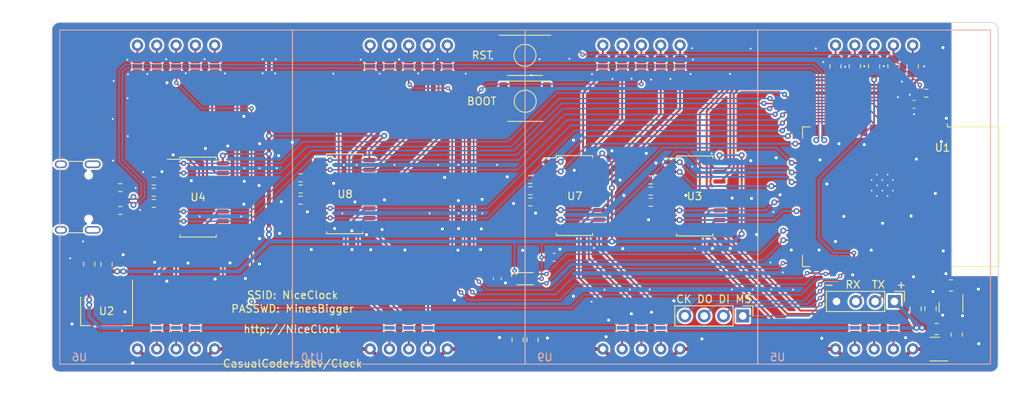
<source format=kicad_pcb>
(kicad_pcb (version 20221018) (generator pcbnew)
  (layers (0 "F.Cu" signal) (31 "B.Cu" signal) (34 "B.Paste" user) (35 "F.Paste" user) (36 "B.SilkS" user "B.Silkscreen") (37 "F.SilkS" user "F.Silkscreen") (38 "B.Mask" user) (39 "F.Mask" user) (44 "Edge.Cuts" user))
  (net 0 "")
  (net 1 "RST")
  (net 2 "GND")
  (net 3 "Net-(U4-f)")
  (net 4 "+3V3")
  (net 5 "Net-(U6-F)")
  (net 6 "Net-(U3-b)")
  (net 7 "Net-(U5-B)")
  (net 8 "Net-(U3-c)")
  (net 9 "Net-(U5-C)")
  (net 10 "Net-(U3-d)")
  (net 11 "Net-(U5-D)")
  (net 12 "Net-(U3-e)")
  (net 13 "Net-(U5-E)")
  (net 14 "Net-(U3-f)")
  (net 15 "Net-(U5-F)")
  (net 16 "Net-(U3-g)")
  (net 17 "Net-(U5-G)")
  (net 18 "Net-(U5-DP)")
  (net 19 "Net-(U4-a)")
  (net 20 "Net-(U6-A)")
  (net 21 "Net-(U4-b)")
  (net 22 "Net-(U6-B)")
  (net 23 "Net-(U4-c)")
  (net 24 "Net-(U6-C)")
  (net 25 "Net-(U4-d)")
  (net 26 "Net-(U6-D)")
  (net 27 "Net-(U4-e)")
  (net 28 "Net-(U6-E)")
  (net 29 "Net-(U3-a)")
  (net 30 "Net-(U5-A)")
  (net 31 "Net-(U4-g)")
  (net 32 "Net-(U6-G)")
  (net 33 "Net-(U6-DP)")
  (net 34 "Net-(U7-a)")
  (net 35 "Net-(U9-A)")
  (net 36 "Net-(U7-b)")
  (net 37 "Net-(U9-B)")
  (net 38 "Net-(U7-c)")
  (net 39 "Net-(U9-C)")
  (net 40 "Net-(U7-d)")
  (net 41 "Net-(U9-D)")
  (net 42 "Net-(U7-e)")
  (net 43 "Net-(U9-E)")
  (net 44 "Net-(U7-f)")
  (net 45 "Net-(U9-F)")
  (net 46 "Net-(U7-g)")
  (net 47 "Net-(U9-G)")
  (net 48 "Net-(U9-DP)")
  (net 49 "Net-(U8-a)")
  (net 50 "Net-(U10-A)")
  (net 51 "Net-(U8-b)")
  (net 52 "Net-(U10-B)")
  (net 53 "Net-(Q2-G)")
  (net 54 "Net-(U8-g)")
  (net 55 "Net-(U10-G)")
  (net 56 "Net-(U10-DP)")
  (net 57 "Net-(U8-f)")
  (net 58 "Net-(U10-F)")
  (net 59 "Net-(U8-e)")
  (net 60 "Net-(U10-E)")
  (net 61 "Net-(U8-d)")
  (net 62 "Net-(U10-D)")
  (net 63 "Net-(U8-c)")
  (net 64 "Net-(U10-C)")
  (net 65 "Net-(Q1-G)")
  (net 66 "Net-(Q2-D)")
  (net 67 "Net-(U3-RBI)")
  (net 68 "Net-(U8-BI)")
  (net 69 "LED")
  (net 70 "Net-(U8-LT)")
  (net 71 "Net-(U8-RBI)")
  (net 72 "Net-(U7-LT)")
  (net 73 "Net-(U7-BI)")
  (net 74 "Net-(U7-RBI)")
  (net 75 "Net-(J1-CC2)")
  (net 76 "Net-(J1-CC1)")
  (net 77 "Net-(U3-LT)")
  (net 78 "Net-(U3-BI)")
  (net 79 "Net-(U4-RBI)")
  (net 80 "Net-(U4-BI)")
  (net 81 "Net-(U4-LT)")
  (net 82 "CC")
  (net 83 "VBUS")
  (net 85 "D+")
  (net 86 "D-")
  (net 89 "Net-(U1-IO0)")
  (net 90 "TMS")
  (net 91 "TDI")
  (net 92 "TDO")
  (net 93 "TCK")
  (net 94 "TX")
  (net 95 "RX")
  (net 96 "A1")
  (net 97 "B1")
  (net 98 "C1")
  (net 99 "D1")
  (net 100 "A2")
  (net 101 "B2")
  (net 102 "C2")
  (net 103 "D2")
  (net 104 "A3")
  (net 105 "B3")
  (net 106 "C3")
  (net 107 "D3")
  (net 108 "A4")
  (net 109 "B4")
  (net 110 "C4")
  (net 111 "D4")
  (net 113 "SDA")
  (net 114 "SCL")
  (net 119 "IO38")
  (net 120 "IO35")
  (net 121 "IO37")
  (net 122 "IO36")
  (footprint "Capacitor_SMD:C_0603_1608Metric" (layer "F.Cu") (at 259.1816 91.1098 180)
    (fp_text reference "C3" hide)
    (fp_text value "100n")
  )
  (footprint "Resistor_SMD:R_0805_2012Metric" (layer "F.Cu") (at 228.3968 86.106 90)
    (fp_text reference "R41" hide)
    (fp_text value "100")
  )
  (footprint "Resistor_SMD:R_0603_1608Metric" (layer "F.Cu") (at 260.7818 89.6366)
    (fp_text reference "R3" hide)
    (fp_text value "10k")
  )
  (footprint "Package_TO_SOT_SMD:SOT-23" (layer "F.Cu") (at 261.9206 123.3424 180)
    (fp_text reference "Q1" hide)
    (fp_text value "C15127" hide)
  )
  (footprint "Resistor_SMD:R_0603_1608Metric" (layer "F.Cu") (at 159.1818 104.1654)
    (fp_text reference "R12" hide)
    (fp_text value "R" hide)
  )
  (footprint "Resistor_SMD:R_0603_1608Metric" (layer "F.Cu") (at 208.7118 102.489)
    (fp_text reference "R33" hide)
    (fp_text value "R" hide)
  )
  (footprint "Resistor_SMD:R_0805_2012Metric" (layer "F.Cu") (at 167.1828 86.106 90)
    (fp_text reference "R27" hide)
    (fp_text value "100" hide)
  )
  (footprint "Package_SO:SOIC-16_4.55x10.3mm_P1.27mm" (layer "F.Cu") (at 230.3272 103.1748)
    (fp_text reference "U3")
    (fp_text value "74LS47")
  )
  (footprint "Resistor_SMD:R_0805_2012Metric" (layer "F.Cu") (at 162.1028 120.5484 -90)
    (fp_text reference "R24" hide)
    (fp_text value "100")
  )
  (footprint "Resistor_SMD:R_0603_1608Metric" (layer "F.Cu") (at 154.7622 105.0798)
    (fp_text reference "R2" hide)
    (fp_text value "5k1")
  )
  (footprint "Resistor_SMD:R_0603_1608Metric" (layer "F.Cu") (at 154.7622 102.0826)
    (fp_text reference "R1" hide)
    (fp_text value "5k1")
  )
  (footprint "Resistor_SMD:R_0805_2012Metric" (layer "F.Cu") (at 197.7898 86.106 90)
    (fp_text reference "R49" hide)
    (fp_text value "100")
  )
  (footprint "Ian's Custom Components:5.2mm_Tactile_Push_Button" (layer "F.Cu") (at 208.0006 84.6582)
    (fp_text reference "SW2" hide)
    (fp_text value "SW_Push" hide)
  )
  (footprint "Resistor_SMD:R_0805_2012Metric" (layer "F.Cu") (at 192.7098 120.5484 -90)
    (fp_text reference "R46" hide)
    (fp_text value "100")
  )
  (footprint "Resistor_SMD:R_0805_2012Metric" (layer "F.Cu") (at 253.9238 86.106 90)
    (fp_text reference "R20" hide)
    (fp_text value "1000")
  )
  (footprint "Resistor_SMD:R_0805_2012Metric" (layer "F.Cu") (at 187.6298 86.106 90)
    (fp_text reference "R44" hide)
    (fp_text value "100")
  )
  (footprint "Resistor_SMD:R_0805_2012Metric" (layer "F.Cu") (at 251.3838 120.5484 -90)
    (fp_text reference "R15" hide)
    (fp_text value "100")
  )
  (footprint "Resistor_SMD:R_0603_1608Metric" (layer "F.Cu") (at 208.7118 101.0158)
    (fp_text reference "R32" hide)
    (fp_text value "R" hide)
  )
  (footprint "Resistor_SMD:R_0603_1608Metric" (layer "F.Cu") (at 178.4858 100.7872)
    (fp_text reference "R29" hide)
    (fp_text value "R" hide)
  )
  (footprint "Resistor_SMD:R_0805_2012Metric" (layer "F.Cu") (at 264.7931 121.4374 90)
    (fp_text reference "R5" hide)
    (fp_text value "47k" hide)
  )
  (footprint "Resistor_SMD:R_0805_2012Metric" (layer "F.Cu") (at 159.5628 86.106 90)
    (fp_text reference "R21" hide)
    (fp_text value "100" hide)
  )
  (footprint "Resistor_SMD:R_0805_2012Metric" (layer "F.Cu") (at 218.2368 86.106 90)
    (fp_text reference "R36" hide)
    (fp_text value "100")
  )
  (footprint "Resistor_SMD:R_0805_2012Metric" (layer "F.Cu") (at 192.7098 86.106 90)
    (fp_text reference "R50" hide)
    (fp_text value "1000")
  )
  (footprint "Package_SO:SOIC-16_4.55x10.3mm_P1.27mm" (layer "F.Cu") (at 184.277 102.8954)
    (fp_text reference "U8")
    (fp_text value "74LS47")
  )
  (footprint "Capacitor_SMD:C_0805_2012Metric" (layer "F.Cu") (at 208.9912 122.1232 90)
    (fp_text reference "C9" hide)
    (fp_text value "C")
  )
  (footprint "Resistor_SMD:R_0805_2012Metric" (layer "F.Cu") (at 251.3838 86.106 90)
    (fp_text reference "R13" hide)
    (fp_text value "100")
  )
  (footprint "Capacitor_SMD:C_0805_2012Metric" (layer "F.Cu") (at 207.0354 122.1232 90)
    (fp_text reference "C8" hide)
    (fp_text value "C")
  )
  (footprint "Resistor_SMD:R_0805_2012Metric" (layer "F.Cu") (at 159.5628 120.5484 -90)
    (fp_text reference "R23" hide)
    (fp_text value "100")
  )
  (footprint "Resistor_SMD:R_0603_1608Metric" (layer "F.Cu") (at 224.536 102.5398)
    (fp_text reference "R8" hide)
    (fp_text value "R" hide)
  )
  (footprint "Capacitor_SMD:C_0603_1608Metric" (layer "F.Cu") (at 211.836 111.252)
    (fp_text reference "C5" hide)
    (fp_text value "100n" hide)
  )
  (footprint "Ian's Custom Components:WSOF6" (layer "F.Cu") (at 208.026 114.0714 -90)
    (fp_text reference "PD1" hide)
    (fp_text value "BH1730" hide)
  )
  (footprint "Package_TO_SOT_SMD:SOT-223-3_TabPin2" (layer "F.Cu") (at 152.9588 118.3386 -90)
    (fp_text reference "U2")
    (fp_text value "AMS1117-3.3")
  )
  (footprint "Capacitor_SMD:C_0805_2012Metric" (layer "F.Cu") (at 259.3848 118.0338 90)
    (fp_text reference "C6" hide)
    (fp_text value "C")
  )
  (footprint "Connector_PinHeader_2.54mm:PinHeader_1x04_P2.54mm_Vertical" (layer "F.Cu") (at 236.6518 118.9736 -90)
    (fp_text reference "J3" hide)
    (fp_text value "Conn_01x04")
  )
  (footprint "Resistor_SMD:R_0603_1608Metric" (layer "F.Cu") (at 224.536 104.013)
    (fp_text reference "R9" hide)
    (fp_text value "R" hide)
  )
  (footprint "Capacitor_SMD:C_0805_2012Metric" (layer "F.Cu") (at 150.6728 112.1562 90)
    (fp_text reference "C1" hide)
    (fp_text value "10u" hide)
  )
  (footprint "Resistor_SMD:R_0805_2012Metric" (layer "F.Cu") (at 225.8568 86.106 90)
    (fp_text reference "R40" hide)
    (fp_text value "100")
  )
  (footprint "Connector_USB:USB_C_Receptacle_HRO_TYPE-C-31-M-12" (layer "F.Cu") (at 148.0046 103.3272 -90)
    (fp_text reference "J1" hide)
    (fp_text value "USB_C_Receptacle_USB2.0")
  )
  (footprint "Resistor_SMD:R_0805_2012Metric" (layer "F.Cu") (at 256.4638 86.106 90)
    (fp_text reference "R18" hide)
    (fp_text value "100")
  )
  (footprint "Resistor_SMD:R_0603_1608Metric" (layer "F.Cu") (at 159.1818 102.6922)
    (fp_text reference "R11" hide)
    (fp_text value "R" hide)
  )
  (footprint "Resistor_SMD:R_0805_2012Metric" (layer "F.Cu") (at 248.8438 86.106 90)
    (fp_text reference "R14" hide)
    (fp_text value "100")
  )
  (footprint "Ian's Custom Components:5.2mm_Tactile_Push_Button" (layer "F.Cu") (at 208.026 90.7034)
    (fp_text reference "SW1" hide)
    (fp_text value "SW_Push" hide)
  )
  (footprint "Resistor_SMD:R_0603_1608Metric" (layer "F.Cu") (at 178.4858 102.2604)
    (fp_text reference "R30" hide)
    (fp_text value "R" hide)
  )
  (footprint "Capacitor_SMD:C_0805_2012Metric" (layer "F.Cu") (at 152.9588 112.1664 90)
    (fp_text reference "C2" hide)
    (fp_text value "10u" hide)
  )
  (footprint "Resistor_SMD:R_0805_2012Metric" (layer "F.Cu") (at 225.8568 120.5484 -90)
    (fp_text reference "R39" hide)
    (fp_text value "100")
  )
  (footprint "Resistor_SMD:R_0805_2012Metric" (layer "F.Cu") (at 264.0349 114.9604 180)
    (fp_text reference "R4" hide)
    (fp_text value "47k" hide)
  )
  (footprint "Package_TO_SOT_SMD:SOT-23" (layer "F.Cu") (at 264.033 117.8306 -90)
    (fp_text reference "Q2" hide)
    (fp_text value "C8545" hide)
  )
  (footprint "Resistor_SMD:R_0603_1608Metric" (layer "F.Cu") (at 178.4858 103.7336)
    (fp_text reference "R31" hide)
    (fp_text value "R" hide)
  )
  (footprint "Resistor_SMD:R_0805_2012Metric" (layer "F.Cu") (at 190.1698 86.106 90)
    (fp_text reference "R43" hide)
    (fp_text value "100")
  )
  (footprint "Resistor_SMD:R_0805_2012Metric" (layer "F.Cu") (at 164.6428 120.5484 -90)
    (fp_text reference "R25" hide)
    (fp_text value "100")
  )
  (footprint "Connector_PinHeader_2.54mm:PinHeader_1x04_P2.54mm_Vertical" (layer "F.Cu") (at 256.5908 117.0686 -90)
    (fp_text reference "J2" hide)
    (fp_text value "Conn_01x04")
  )
  (footprint "Resistor_SMD:R_0805_2012Metric" (layer "F.Cu") (at 259.0038 86.106 90)
    (fp_text reference "R19" hide)
    (fp_text value "100")
  )
  (footprint "Resistor_SMD:R_0805_2012Metric" (layer "F.Cu") (at 195.2498 86.106 90)
    (fp_text reference "R48" hide)
    (fp_text value "100")
  )
  (footprint "Resistor_SMD:R_0805_2012Metric" (layer "F.Cu") (at 220.7768 120.5484 -90)
    (fp_text reference "R37" hide)
    (fp_text value "100")
  )
  (footprint "Resistor_SMD:R_0603_1608Metric" (layer "F.Cu") (at 208.7118 103.9622)
    (fp_text reference "R34" hide)
    (fp_text value "R" hide)
  )
  (footprint "Resistor_SMD:R_0603_1608Metric" (layer "F.Cu") (at 159.1818 101.219)
    (fp_text reference "R10" hide)
    (fp_text value "R" hide)
  )
  (footprint "Resistor_SMD:R_0805_2012Metric" (layer "F.Cu") (at 190.1698 120.5484 -90)
    (fp_text reference "R45" hide)
    (fp_text value "100")
  )
  (footprint "Resistor_SMD:R_0603_1608Metric" (layer "F.Cu") (at 224.536 101.0666)
    (fp_text reference "R7" hide)
    (fp_text value "R" hide)
  )
  (footprint "Capacitor_SMD:C_0805_2012Metric" (layer "F.Cu") (at 261.3406 118.0338 90)
    (fp_text reference "C7" hide)
    (fp_text value "C")
  )
  (footprint "Resistor_SMD:R_0805_2012Metric" (layer "F.Cu") (at 164.6428 86.106 90)
    (fp_text reference "R26" hide)
    (fp_text value "100" hide)
  )
  (footprint "Resistor_SMD:R_0805_2012Metric" (layer "F.Cu") (at 195.2498 120.5484 -90)
    (fp_text reference "R47" hide)
    (fp_text value "100")
  )
  (footprint "Package_SO:SOIC-16_4.55x10.3mm_P1.27mm" (layer "F.Cu") (at 214.503 103.124)
    (fp_text reference "U7")
    (fp_text value "74LS47")
  )
  (footprint "Resistor_SMD:R_0805_2012Metric" (layer "F.Cu") (at 223.3168 120.5484 -90)
    (fp_text reference "R38" hide)
    (fp_text value "100")
  )
  (footprint "Resistor_SMD:R_0805_2012Metric" (layer "F.Cu") (at 223.3168 86.106 90)
    (fp_text reference "R42" hide)
    (fp_text value "1000")
  )
  (footprint "Capacitor_SMD:C_0603_1608Metric" (layer "F.Cu") (at 204.3684 114.0714 -90)
    (fp_text reference "C4" hide)
    (fp_text value "100n" hide)
  )
  (footprint "Resistor_SMD:R_0805_2012Metric" (layer "F.Cu") (at 162.1028 86.106 90)
    (fp_text reference "R28" hide)
    (fp_text value "1000" hide)
  )
  (footprint "Resistor_SMD:R_0805_2012Metric" (layer "F.Cu") (at 262.1534 120.7008 180)
    (fp_text reference "R6" hide)
    (fp_text value "47k" hide)
  )
  (footprint "Resistor_SMD:R_0805_2012Metric" (layer "F.Cu") (at 220.7768 86.106 90)
    (fp_text reference "R35" hide)
    (fp_text value "100")
  )
  (footprint "Resistor_SMD:R_0805_2012Metric" (layer "F.Cu") (at 157.0228 86.106 90)
    (fp_text reference "R22" hide)
    (fp_text value "100" hide)
  )
  (footprint "RF_Module:ESP32-S3-WROOM-1" (layer "F.Cu") (at 257.4544 103.2764 -90)
    (fp_text reference "U1")
    (fp_text value "ESP32-S2-SOLO-2")
  )
  (footprint "Resistor_SMD:R_0805_2012Metric" (layer "F.Cu") (at 253.9238 120.5484 -90)
    (fp_text reference "R16" hide)
    (fp_text value "100")
  )
  (footprint "Resistor_SMD:R_0805_2012Metric" (layer "F.Cu") (at 256.4638 120.5484 -90)
    (fp_text reference "R17" hide)
    (fp_text value "100")
  )
  (footprint "Package_SO:SOIC-16_4.55x10.3mm_P1.27mm" (layer "F.Cu") (at 164.9984 103.3272)
    (fp_text reference "U4")
    (fp_text value "74LS47")
  )
  (footprint "Ian's Custom Components:Segment_Display_1-5_inch" (layer "B.Cu") (at 253.9238 103.3272 180)
    (fp_text reference "U5")
    (fp_text value "SBC18-11SURKCGKWA")
  )
  (footprint "Ian's Custom Components:Segment_Display_1-5_inch" (layer "B.Cu") (at 192.7098 103.3272 180)
    (fp_text reference "U10")
    (fp_text value "SBC18-11SURKCGKWA")
  )
  (footprint "Ian's Custom Components:Segment_Display_1-5_inch" (layer "B.Cu") (at 223.3168 103.3272 180)
    (fp_text reference "U9")
    (fp_text value "SBC18-11SURKCGKWA")
  )
  (footprint "Ian's Custom Components:Segment_Display_1-5_inch" (layer "B.Cu") (at 162.1028 103.3272 180)
    (fp_text reference "U6")
    (fp_text value "SBC18-11SURKCGKWA")
  )
  (gr_poly (pts (xy 262.0518 119.4816) (xy 261.747 120.015) (xy 261.747 121.3866) (xy 260.731 121.3866) (xy 260.7284 120.8024) (xy 259.4356 120.8024) (xy 258.6736 119.4816) (xy 258.6736 118.491) (xy 262.0518 118.491)) (stroke (width 0.02)) (fill solid) (layer "F.Cu"))
  (gr_line (start 270.24 81.3308) (end 270.24 125.323599) (stroke (width 0.1)) (layer "Edge.Cuts"))
  (gr_arc (start 146.786601 126.323599) (mid 146.079494 126.030706) (end 145.786601 125.323599) (stroke (width 0.1)) (layer "Edge.Cuts"))
  (gr_arc (start 269.24 80.3308) (mid 269.947107 80.623693) (end 270.24 81.3308) (stroke (width 0.1)) (layer "Edge.Cuts"))
  (gr_line (start 146.786601 80.3308) (end 269.24 80.3308) (stroke (width 0.1)) (layer "Edge.Cuts"))
  (gr_line (start 145.786601 125.323599) (end 145.786601 81.3308) (stroke (width 0.1)) (layer "Edge.Cuts"))
  (gr_arc (start 145.786601 81.3308) (mid 146.079494 80.623693) (end 146.786601 80.3308) (stroke (width 0.1)) (layer "Edge.Cuts"))
  (gr_arc (start 270.24 125.323599) (mid 269.947107 126.030706) (end 269.24 126.323599) (stroke (width 0.1)) (layer "Edge.Cuts"))
  (gr_line (start 269.24 126.323599) (end 146.786601 126.323599) (stroke (width 0.1)) (layer "Edge.Cuts"))
  (gr_text "http://NiceClock" (at 177.419 120.7262) (layer "F.SilkS") (effects (font (size 1 1))))
  (gr_text "CasualCoders.dev/Clock" (at 177.419 125.2474) (layer "F.SilkS") (effects (font (size 1 1))))
  (gr_text "CK DO DI MS" (at 232.8418 116.7638) (layer "F.SilkS") (effects (font (size 1 1))))
  (gr_text "-  RX  TX  +" (at 252.7554 114.8588) (layer "F.SilkS") (effects (font (size 1 1))))
  (gr_text "SSID: NiceClock" (at 177.419 116.2304) (layer "F.SilkS") (effects (font (size 1 1))))
  (gr_text "BOOT" (at 202.311 90.7034) (layer "F.SilkS") (effects (font (size 1 1))))
  (gr_text "PASSWD: MinesBigger" (at 177.419 118.0338) (layer "F.SilkS") (effects (font (size 1 1))))
  (gr_text "RST\n" (at 202.3618 84.6582) (layer "F.SilkS") (effects (font (size 1 1))))
  (segment (start 259.9568 88.5576) (end 259.9436 88.5444) (width 0.2) (layer "F.Cu") (net 1))
  (segment (start 213.7214 82.7082) (end 215.5698 84.5566) (width 0.2) (layer "F.Cu") (net 1))
  (segment (start 259.9568 91.1096) (end 259.9566 91.1098) (width 0.2) (layer "F.Cu") (net 1))
  (segment (start 260.1744 91.3276) (end 259.9566 91.1098) (width 0.2) (layer "F.Cu") (net 1))
  (segment (start 260.1744 94.5264) (end 260.1744 91.3276) (width 0.2) (layer "F.Cu") (net 1))
  (segment (start 259.9568 89.6366) (end 259.9568 91.1096) (width 0.2) (layer "F.Cu") (net 1))
  (segment (start 259.9568 89.6366) (end 259.9568 88.5576) (width 0.2) (layer "F.Cu") (net 1))
  (segment (start 210.8506 82.7082) (end 213.7214 82.7082) (width 0.2) (layer "F.Cu") (net 1))
  (via (at 259.9436 88.5444) (size 0.6) (drill 0.25) (layers "F.Cu" "B.Cu") (net 1))
  (via (at 215.5698 84.5566) (size 0.6) (drill 0.25) (layers "F.Cu" "B.Cu") (net 1))
  (segment (start 259.9436 88.5444) (end 255.9558 84.5566) (width 0.2) (layer "B.Cu") (net 1))
  (segment (start 255.9558 84.5566) (end 215.5698 84.5566) (width 0.2) (layer "B.Cu") (net 1))
  (via (at 227.584 116.9924) (size 0.8) (drill 0.4) (layers "F.Cu" "B.Cu") (net 2))
  (via (at 199.2376 99.0854) (size 0.6) (drill 0.25) (layers "F.Cu" "B.Cu") (net 2))
  (via (at 155.7528 95.3008) (size 0.6) (drill 0.25) (layers "F.Cu" "B.Cu") (net 2))
  (via (at 155.1432 110.9218) (size 0.8) (drill 0.4) (layers "F.Cu" "B.Cu") (net 2))
  (via (at 237.6678 83.7692) (size 0.6) (drill 0.25) (layers "F.Cu" "B.Cu") (net 2))
  (via (at 230.0732 85.217) (size 0.6) (drill 0.25) (layers "F.Cu" "B.Cu") (net 2))
  (via (at 213.8426 85.1154) (size 0.6) (drill 0.25) (layers "F.Cu" "B.Cu") (net 2))
  (via (at 240.3856 115.4938) (size 0.6) (drill 0.25) (layers "F.Cu" "B.Cu") (net 2))
  (via (at 171.0944 99.5172) (size 0.6) (drill 0.25) (layers "F.Cu" "B.Cu") (net 2))
  (via (at 235.0008 110.0836) (size 0.8) (drill 0.4) (layers "F.Cu" "B.Cu") (net 2))
  (via (at 204.343 99.0854) (size 0.6) (drill 0.25) (layers "F.Cu" "B.Cu") (net 2))
  (via (at 261.9756 102.8446) (size 0.8) (drill 0.4) (layers "F.Cu" "B.Cu") (net 2))
  (via (at 258.5974 89.8398) (size 0.6) (drill 0.25) (layers "F.Cu" "B.Cu") (net 2))
  (via (at 170.6626 105.8672) (size 0.6) (drill 0.25) (layers "F.Cu" "B.Cu") (net 2))
  (via (at 234.9754 87.0966) (size 0.6) (drill 0.25) (layers "F.Cu" "B.Cu") (net 2))
  (via (at 258.8006 105.8164) (size 0.8) (drill 0.4) (layers "F.Cu" "B.Cu") (net 2))
  (via (at 199.2376 103.7844) (size 0.8) (drill 0.4) (layers "F.Cu" "B.Cu") (net 2))
  (via (at 189.5094 103.6828) (size 0.8) (drill 0.4) (layers "F.Cu" "B.Cu") (net 2))
  (via (at 214.4776 99.7966) (size 0.8) (drill 0.4) (layers "F.Cu" "B.Cu") (net 2))
  (via (at 171.0182 104.267) (size 0.8) (drill 0.4) (layers "F.Cu" "B.Cu") (net 2))
  (via (at 210.947 121.8946) (size 0.8) (drill 0.4) (layers "F.Cu" "B.Cu") (net 2))
  (via (at 183.9722 105.4608) (size 0.6) (drill 0.25) (layers "F.Cu" "B.Cu") (net 2))
  (via (at 197.4342 100.7364) (size 0.8) (drill 0.4) (layers "F.Cu" "B.Cu") (net 2))
  (via (at 171.0182 92.6846) (size 0.8) (drill 0.4) (layers "F.Cu" "B.Cu") (net 2))
  (via (at 267.6906 122.6312) (size 0.8) (drill 0.4) (layers "F.Cu" "B.Cu") (net 2))
  (via (at 240.665 105.283) (size 0.6) (drill 0.25) (layers "F.Cu" "B.Cu") (net 2))
  (via (at 168.91 96.5962) (size 0.8) (drill 0.4) (layers "F.Cu" "B.Cu") (net 2))
  (via (at 160.2486 99.9744) (size 0.8) (drill 0.4) (layers "F.Cu" "B.Cu") (net 2))
  (via (at 237.6932 98.5266) (size 0.8) (drill 0.4) (layers "F.Cu" "B.Cu") (net 2))
  (via (at 199.263 105.4608) (size 0.6) (drill 0.25) (layers "F.Cu" "B.Cu") (net 2))
  (via (at 197.1294 107.5182) (size 0.8) (drill 0.4) (layers "F.Cu" "B.Cu") (net 2))
  (via (at 221.7928 115.4938) (size 0.6) (drill 0.25) (layers "F.Cu" "B.Cu") (net 2))
  (via (at 262.9916 83.6422) (size 0.8) (drill 0.4) (layers "F.Cu" "B.Cu") (net 2))
  (via (at 196.5706 99.0854) (size 0.6) (drill 0.25) (layers "F.Cu" "B.Cu") (net 2))
  (via (at 229.997 83.7184) (size 0.6) (drill 0.25) (layers "F.Cu" "B.Cu") (net 2))
  (via (at 173.0756 112.141) (size 0.8) (drill 0.4) (layers "F.Cu" "B.Cu") (net 2))
  (via (at 221.0054 103.0986) (size 0.8) (drill 0.4) (layers "F.Cu" "B.Cu") (net 2))
  (via (at 258.064 121.8438) (size 0.8) (drill 0.4) (layers "F.Cu" "B.Cu") (net 2))
  (via (at 173.482 85.1662) (size 0.6) (drill 0.25) (layers "F.Cu" "B.Cu") (net 2))
  (via (at 263.017 110.4138) (size 0.8) (drill 0.4) (layers "F.Cu" "B.Cu") (net 2))
  (via (at 188.8744 87.0712) (size 0.6) (drill 0.25) (layers "F.Cu" "B.Cu") (net 2))
  (via (at 229.7684 87.122) (size 0.6) (drill 0.25) (layers "F.Cu" "B.Cu") (net 2))
  (via (at 173.0756 99.5172) (size 0.6) (drill 0.25) (layers "F.Cu" "B.Cu") (net 2))
  (via (at 221.996 118.6942) (size 0.8) (drill 0.4) (layers "F.Cu" "B.Cu") (net 2))
  (via (at 171.069 101.2444) (size 0.8) (drill 0.4) (layers "F.Cu" "B.Cu") (net 2))
  (via (at 189.2046 107.5944) (size 0.8) (drill 0.4) (layers "F.Cu" "B.Cu") (net 2))
  (via (at 223.9518 97.5614) (size 0.8) (drill 0.4) (layers "F.Cu" "B.Cu") (net 2))
  (via (at 262.9408 118.872) (size 0.8) (drill 0.4) (layers "F.Cu" "B.Cu") (net 2))
  (via (at 199.1868 110.3122) (size 0.8) (drill 0.4) (layers "F.Cu" "B.Cu") (net 2))
  (via (at 259.1054 113.8174) (size 0.8) (drill 0.4) (layers "F.Cu" "B.Cu") (net 2))
  (via (at 238.4806 108.2548) (size 0.8) (drill 0.4) (layers "F.Cu" "B.Cu") (net 2))
  (via (at 217.0684 110.0328) (size 0.6) (drill 0.25) (layers "F.Cu" "B.Cu") (net 2))
  (via (at 253.5428 110.3122) (size 0.8) (drill 0.4) (layers "F.Cu" "B.Cu") (net 2))
  (via (at 229.997 99.314) (size 0.6) (drill 0.25) (layers "F.Cu" "B.Cu") (net 2))
  (via (at 190.8302 99.0854) (size 0.6) (drill 0.25) (layers "F.Cu" "B.Cu") (net 2))
  (via (at 173.0248 101.8032) (size 0.8) (drill 0.4) (layers "F.Cu" "B.Cu") (net 2))
  (via (at 259.4864 98.3234) (size 0.8) (drill 0.4) (layers "F.Cu" "B.Cu") (net 2))
  (via (at 235.2294 115.4938) (size 0.6) (drill 0.25) (layers "F.Cu" "B.Cu") (net 2))
  (via (at 156.7942 102.108) (size 0.6) (drill 0.25) (layers "F.Cu" "B.Cu") (net 2))
  (via (at 214.376 116.3828) (size 0.8) (drill 0.4) (layers "F.Cu" "B.Cu") (net 2))
  (via (at 195.453 105.4608) (size 0.6) (drill 0.25) (layers "F.Cu" "B.Cu") (net 2))
  (via (at 187.1472 108.2802) (size 0.8) (drill 0.4) (layers "F.Cu" "B.Cu") (net 2))
  (via (at 206.502 104.1654) (size 0.8) (drill 0.4) (layers "F.Cu" "B.Cu") (net 2))
  (via (at 219.5068 87.757) (size 0.6) (drill 0.25) (layers "F.Cu" "B.Cu") (net 2))
  (via (at 235.2548 103.4542) (size 0.8) (drill 0.4) (layers "F.Cu" "B.Cu") (net 2))
  (via (at 252.6284 96.4184) (size 0.8) (drill 0.4) (layers "F.Cu" "B.Cu") (net 2))
  (via (at 153.8224 98.5266) (size 0.6) (drill 0.25) (layers "F.Cu" "B.Cu") (net 2))
  (via (at 175.3616 99.5172) (size 0.6) (drill 0.25) (layers "F.Cu" "B.Cu") (net 2))
  (via (at 214.376 95.8342) (size 0.8) (drill 0.4) (layers "F.Cu" "B.Cu") (net 2))
  (via (at 241.046 98.1456) (size 0.8) (drill 0.4) (layers "F.Cu" "B.Cu") (net 2))
  (via (at 179.8828 110.236) (size 0.8) (drill 0.4) (layers "F.Cu" "B.Cu") (net 2))
  (via (at 257.048 90.17) (size 0.6) (drill 0.25) (layers "F.Cu" "B.Cu") (net 2))
  (via (at 148.4122 120.0404) (size 0.8) (drill 0.4) (layers "F.Cu" "B.Cu") (net 2))
  (via (at 160.8074 85.1662) (size 0.6) (drill 0.25) (layers "F.Cu" "B.Cu") (net 2))
  (via (at 246.253 83.7438) (size 0.6) (drill 0.25) (layers "F.Cu" "B.Cu") (net 2))
  (via (at 156.3878 125.1966) (size 0.8) (drill 0.4) (layers "F.Cu" "B.Cu") (net 2))
  (via (at 251.1044 113.5634) (size 0.8) (drill 0.4) (layers "F.Cu" "B.Cu") (net 2))
  (via (at 261.6708 115.7732) (size 0.8) (drill 0.4) (layers "F.Cu" "B.Cu") (net 2))
  (via (at 149.86 109.1692) (size 0.6) (drill 0.25) (layers "F.Cu" "B.Cu") (net 2))
  (via (at 243.0272 110.2868) (size 0.8) (drill 0.4) (layers "F.Cu" "B.Cu") (net 2))
  (via (at 208.8388 87.2744) (size 0.6) (drill 0.25) (layers "F.Cu" "B.Cu") (net 2))
  (via (at 237.7948 103.505) (size 0.8) (drill 0.4) (layers "F.Cu" "B.Cu") (net 2))
  (via (at 241.554 103.0224) (size 0.8) (drill 0.4) (layers "F.Cu" "B.Cu") (net 2))
  (via (at 260.5024 86.106) (size 0.6) (drill 0.25) (layers "F.Cu" "B.Cu") (net 2))
  (via (at 198.7042 116.8908) (size 0.8) (drill 0.4) (layers "F.Cu" "B.Cu") (net 2))
  (via (at 262.763 96.012) (size 0.8) (drill 0.4) (layers "F.Cu" "B.Cu") (net 2))
  (via (at 200.2028 87.0712) (size 0.6) (drill 0.25) (layers "F.Cu" "B.Cu") (net 2))
  (via (at 250.1138 86.1568) (size 0.6) (drill 0.25) (layers "F.Cu" "B.Cu") (net 2))
  (via (at 160.8836 114.4016) (size 0.8) (drill 0.4) (layers "F.Cu" "B.Cu") (net 2))
  (via (at 247.2436 85.5472) (size 0.6) (drill 0.25) (layers "F.Cu" "B.Cu") (net 2))
  (via (at 243.2558 115.5192) (size 0.6) (drill 0.25) (layers "F.Cu" "B.Cu") (net 2))
  (via (at 259.1816 92.4052) (size 0.6) (drill 0.25) (layers "F.Cu" "B.Cu") (net 2))
  (via (at 163.6776 112.014) (size 0.8) (drill 0.4) (layers "F.Cu" "B.Cu") (net 2))
  (via (at 255.1938 86.0806) (size 0.6) (drill 0.25) (layers "F.Cu" "B.Cu") (net 2))
  (via (at 155.7274 90.297) (size 0.6) (drill 0.25) (layers "F.Cu" "B.Cu") (net 2))
  (via (at 249.301 96.2914) (size 0.8) (drill 0.4) (layers "F.Cu" "B.Cu") (net 2))
  (via (at 219.4306 97.2312) (size 0.8) (drill 0.4) (layers "F.Cu" "B.Cu") (net 2))
  (via (at 202.1586 110.236) (size 0.8) (drill 0.4) (layers "F.Cu" "B.Cu") (net 2))
  (via (at 165.9636 96.9264) (size 0.8) (drill 0.4) (layers "F.Cu" "B.Cu") (net 2))
  (via (at 249.936 105.8672) (size 0.8) (drill 0.4) (layers "F.Cu" "B.Cu") (net 2))
  (via (at 186.3852 85.217) (size 0.6) (drill 0.25) (layers "F.Cu" "B.Cu") (net 2))
  (via (at 191.4398 85.1916) (size 0.6) (drill 0.25) (layers "F.Cu" "B.Cu") (net 2))
  (via (at 257.5814 88.1126) (size 0.6) (drill 0.25) (layers "F.Cu" "B.Cu") (net 2))
  (via (at 267.6398 115.443) (size 0.8) (drill 0.4) (layers "F.Cu" "B.Cu") (net 2))
  (via (at 185.8518 99.0854) (size 0.6) (drill 0.25) (layers "F.Cu" "B.Cu") (net 2))
  (via (at 232.664 110.0836) (size 0.8) (drill 0.4) (layers "F.Cu" "B.Cu") (net 2))
  (via (at 231.267 121.9962) (size 0.8) (drill 0.4) (layers "F.Cu" "B.Cu") (net 2))
  (via (at 209.3976 105.4354) (size 0.8) (drill 0.4) (layers "F.Cu" "B.Cu") (net 2))
  (via (at 209.9056 85.1662) (size 0.6) (drill 0.25) (layers "F.Cu" "B.Cu") (net 2))
  (via (at 159.2834 111.9124) (size 0.8) (drill 0.4) (layers "F.Cu" "B.Cu") (net 2))
  (via (at 220.4974 101.092) (size 0.8) (drill 0.4) (layers "F.Cu" "B.Cu") (net 2))
  (via (at 204.6478 121.8184) (size 0.8) (drill 0.4) (layers "F.Cu" "B.Cu") (net 2))
  (via (at 230.3526 110.0836) (size 0.6) (drill 0.25) (layers "F.Cu" "B.Cu") (net 2))
  (via (at 187.706 110.2614) (size 0.8) (drill 0.4) (layers "F.Cu" "B.Cu") (net 2))
  (via (at 199.263 107.4674) (size 0.8) (drill 0.4) (layers "F.Cu" "B.Cu") (net 2))
  (via (at 196.5198 85.1662) (size 0.6) (drill 0.25) (layers "F.Cu" "B.Cu") (net 2))
  (via (at 207.6958 110.3376) (size 0.8) (drill 0.4) (layers "F.Cu" "B.Cu") (net 2))
  (via (at 224.409 115.4938) (size 0.6) (drill 0.25) (layers "F.Cu" "B.Cu") (net 2))
  (via (at 227.1268 87.757) (size 0.6) (drill 0.25) (layers "F.Cu" "B.Cu") (net 2))
  (via (at 173.482 87.0204) (size 0.6) (drill 0.25) (layers "F.Cu" "B.Cu") (net 2))
  (via (at 205.6638 100.6602) (size 0.8) (drill 0.4) (layers "F.Cu" "B.Cu") (net 2))
  (via (at 173.101 96.2914) (size 0.8) (drill 0.4) (layers "F.Cu" "B.Cu") (net 2))
  (via (at 252.6284 86.0806) (size 0.6) (drill 0.25) (layers "F.Cu" "B.Cu") (net 2))
  (via (at 202.3872 105.4608) (size 0.6) (drill 0.25) (layers "F.Cu" "B.Cu") (net 2))
  (via (at 237.9472 115.4938) (size 0.6) (drill 0.25) (layers "F.Cu" "B.Cu") (net 2))
  (via (at 163.3728 87.0204) (size 0.6) (drill 0.25) (layers "F.Cu" "B.Cu") (net 2))
  (via (at 248.8438 109.1692) (size 0.8) (drill 0.4) (layers "F.Cu" "B.Cu") (net 2))
  (via (at 158.3182 87.0966) (size 0.6) (drill 0.25) (layers "F.Cu" "B.Cu") (net 2))
  (via (at 246.6848 110.2868) (size 0.8) (drill 0.4) (layers "F.Cu" "B.Cu") (net 2))
  (via (at 203.6572 85.1154) (size 0.6) (drill 0.25) (layers "F.Cu" "B.Cu") (net 2))
  (via (at 177.3936 96.1136) (size 0.8) (drill 0.4) (layers "F.Cu" "B.Cu") (net 2))
  (via (at 185.6232 103.9622) (size 0.8) (drill 0.4) (layers "F.Cu" "B.Cu") (net 2))
  (via (at 193.9544 87.0458) (size 0.6) (drill 0.25) (layers "F.Cu" "B.Cu") (net 2))
  (via (at 165.2016 105.8672) (size 0.6) (drill 0.25) (layers "F.Cu" "B.Cu") (net 2))
  (via (at 153.8986 88.0364) (size 0.6) (drill 0.25) (layers "F.Cu" "B.Cu") (net 2))
  (via (at 232.5624 97.5868) (size 0.6) (drill 0.25) (layers "F.Cu" "B.Cu") (net 2))
  (via (at 222.0214 87.7316) (size 0.6) (drill 0.25) (layers "F.Cu" "B.Cu") (net 2))
  (via (at 241.9096 113.2586) (size 0.6) (drill 0.25) (layers "F.Cu" "B.Cu") (net 2))
  (via (at 157.353 105.029) (size 0.6) (drill 0.25) (layers "F.Cu" "B.Cu") (net 2))
  (via (at 182.7784 87.0712) (size 0.6) (drill 0.25) (layers "F.Cu" "B.Cu") (net 2))
  (via (at 179.3748 105.2576) (size 0.8) (drill 0.4) (layers "F.Cu" "B.Cu") (net 2))
  (via (at 184.1754 99.0854) (size 0.6) (drill 0.25) (layers "F.Cu" "B.Cu") (net 2))
  (via (at 185.2168 107.7722) (size 0.8) (drill 0.4) (layers "F.Cu" "B.Cu") (net 2))
  (via (at 175.9458 103.9368) (size 0.8) (drill 0.4) (layers "F.Cu" "B.Cu") (net 2))
  (via (at 229.1588 103.0986) (size 0.8) (drill 0.4) (layers "F.Cu" "B.Cu") (net 2))
  (via (at 155.7782 87.1474) (size 0.6) (drill 0.25) (layers "F.Cu" "B.Cu") (net 2))
  (via (at 173.0756 108.7882) (size 0.8) (drill 0.4) (layers "F.Cu" "B.Cu") (net 2))
  (via (at 225.2218 98.8314) (size 0.8) (drill 0.4) (layers "F.Cu" "B.Cu") (net 2))
  (via (at 175.133 87.0458) (size 0.6) (drill 0.25) (layers "F.Cu" "B.Cu") (net 2))
  (via (at 155.702 85.217) (size 0.6) (drill 0.25) (layers "F.Cu" "B.Cu") (net 2))
  (via (at 216.8144 87.122) (size 0.6) (drill 0.25) (layers "F.Cu" "B.Cu") (net 2))
  (via (at 182.9562 107.4674) (size 0.8) (drill 0.4) (layers "F.Cu" "B.Cu") (net 2))
  (via (at 168.529 87.0458) (size 0.6) (drill 0.25) (layers "F.Cu" "B.Cu") (net 2))
  (via (at 218.6686 121.7168) (size 0.8) (drill 0.4) (layers "F.Cu" "B.Cu") (net 2))
  (via (at 247.0404 121.92) (size 0.8) (drill 0.4) (layers "F.Cu" "B.Cu") (net 2))
  (via (at 175.7172 108.1024) (size 0.8) (drill 0.4) (layers "F.Cu" "B.Cu") (net 2))
  (via (at 240.284 111.9378) (size 0.6) (drill 0.25) (layers "F.Cu" "B.Cu") (net 2))
  (via (at 247.7008 101.6) (size 0.8) (drill 0.4) (layers "F.Cu" "B.Cu") (net 2))
  (via (at 224.5868 87.8586) (size 0.6) (drill 0.25) (layers "F.Cu" "B.Cu") (net 2))
  (via (at 202.2602 107.5182) (size 0.8) (drill 0.4) (layers "F.Cu" "B.Cu") (net 2))
  (via (at 161.7218 97.7646) (size 0.8) (drill 0.4) (layers "F.Cu" "B.Cu") (net 2))
  (via (at 157.7848 100.0252) (size 0.6) (drill 0.25) (layers "F.Cu" "B.Cu") (net 2))
  (via (at 246.7864 98.425) (size 0.8) (drill 0.4) (layers "F.Cu" "B.Cu") (net 2))
  (via (at 265.557 118.9482) (size 0.8) (drill 0.4) (layers "F.Cu" "B.Cu") (net 2))
  (via (at 167.2336 114.1222) (size 0.8) (drill 0.4) (layers "F.Cu" "B.Cu") (net 2))
  (via (at 165.862 85.1662) (size 0.6) (drill 0.25) (layers "F.Cu" "B.Cu") (net 2))
  (via (at 224.6376 118.491) (size 0.8) (drill 0.4) (layers "F.Cu" "B.Cu") (net 2))
  (via (at 205.4352 114.6302) (size 0.8) (drill 0.4) (layers "F.Cu" "B.Cu") (net 2))
  (via (at 169.1894 111.9886) (size 0.8) (drill 0.4) (layers "F.Cu" "B.Cu") (net 2))
  (via (at 171.2214 114.046) (size 0.8) (drill 0.4) (layers "F.Cu" "B.Cu") (net 2))
  (via (at 192.2018 110.2868) (size 0.8) (drill 0.4) (layers "F.Cu" "B.Cu") (net 2))
  (via (at 148.1836 111.379) (size 0.6) (drill 0.25) (layers "F.Cu" "B.Cu") (net 2))
  (via (at 263.3726 113.411) (size 0.8) (drill 0.4) (layers "F.Cu" "B.Cu") (net 2))
  (via (at 263.4234 92.9386) (size 0.8) (drill 0.4) (layers "F.Cu" "B.Cu") (net 2))
  (via (at 185.2422 110.236) (size 0.8) (drill 0.4) (layers "F.Cu" "B.Cu") (net 2))
  (via (at 182.8292 101.5238) (size 0.8) (drill 0.4) (layers "F.Cu" "B.Cu") (net 2))
  (via (at 155.3972 118.4402) (size 0.8) (drill 0.4) (layers "F.Cu" "B.Cu") (net 2))
  (via (at 175.5902 97.8662) (size 0.8) (drill 0.4) (layers "F.Cu" "B.Cu") (net 2))
  (via (at 255.0414 106.7816) (size 0.8) (drill 0.4) (layers "F.Cu" "B.Cu") (net 2))
  (via (at 216.7636 117.094) (size 0.6) (drill 0.25) (layers "F.Cu" "B.Cu") (net 2))
  (via (at 220.853 110.109) (size 0.8) (drill 0.4) (layers "F.Cu" "B.Cu") (net 2))
  (via (at 153.7716 93.0402) (size 0.6) (drill 0.25) (layers "F.Cu" "B.Cu") (net 2))
  (via (at 218.4654 115.5192) (size 0.6) (drill 0.25) (layers "F.Cu" "B.Cu") (net 2))
  (via (at 202.3618 103.632) (size 0.8) (drill 0.4) (layers "F.Cu" "B.Cu") (net 2))
  (via (at 212.598 110.1852) (size 0.8) (drill 0.4) (layers "F.Cu" "B.Cu") (net 2))
  (via (at 218.9988 119.5324) (size 0.8) (drill 0.4) (layers "F.Cu" "B.Cu") (net 2))
  (via (at 160.909 88.265) (size 0.8) (drill 0.4) (layers "F.Cu" "B.Cu") (net 2))
  (via (at 175.1838 85.1662) (size 0.6) (drill 0.25) (layers "F.Cu" "B.Cu") (net 2))
  (via (at 164.1094 101.1682) (size 0.8) (drill 0.4) (layers "F.Cu" "B.Cu") (net 2))
  (via (at 224.2566 106.299) (size 0.8) (drill 0.4) (layers "F.Cu" "B.Cu") (net 2))
  (segment (start 167.3352 100.1522) (end 166.8526 99.6696) (width 0.25) (layer "F.Cu") (net 3))
  (segment (start 166.8526 89.2283) (end 164.6428 87.0185) (width 0.25) (layer "F.Cu") (net 3))
  (segment (start 166.8526 99.6696) (end 166.8526 89.2283) (width 0.25) (layer "F.Cu") (net 3))
  (segment (start 168.2484 100.1522) (end 167.3352 100.1522) (width 0.25) (layer "F.Cu") (net 3))
  (segment (start 236.4994 108.1786) (end 236.4994 97.8154) (width 0.25) (layer "F.Cu") (net 4))
  (segment (start 260.7056 81.3308) (end 261.4444 82.0696) (width 0.5) (layer "F.Cu") (net 4))
  (segment (start 206.626 113.6396) (end 206.626 113.033) (width 0.2) (layer "F.Cu") (net 4))
  (segment (start 210.185 111.252) (end 211.061 111.252) (width 0.2) (layer "F.Cu") (net 4))
  (segment (start 210.2104 111.252) (end 210.185 111.2774) (width 0.2) (layer "F.Cu") (net 4))
  (segment (start 217.753 98.679) (end 217.753 97.969) (width 0.25) (layer "F.Cu") (net 4))
  (segment (start 187.527 98.4504) (end 187.527 97.207) (width 0.25) (layer "F.Cu") (net 4))
  (segment (start 233.5772 97.8166) (end 233.5784 97.8154) (width 0.25) (layer "F.Cu") (net 4))
  (segment (start 217.753 97.969) (end 218.1606 97.5614) (width 0.25) (layer "F.Cu") (net 4))
  (segment (start 168.2484 97.8674) (end 168.2496 97.8662) (width 0.25) (layer "F.Cu") (net 4))
  (segment (start 209.426 114.0714) (end 210.185 114.0714) (width 0.2) (layer "F.Cu") (net 4))
  (segment (start 152.9588 113.1164) (end 152.9588 115.1886) (width 1) (layer "F.Cu") (net 4))
  (segment (start 187.527 97.207) (end 189.484 95.25) (width 0.25) (layer "F.Cu") (net 4))
  (segment (start 206.626 113.6396) (end 204.7116 113.6396) (width 0.2) (layer "F.Cu") (net 4))
  (segment (start 204.7116 113.6396) (end 204.3684 113.2964) (width 0.2) (layer "F.Cu") (net 4))
  (segment (start 233.5772 98.7298) (end 233.5772 97.8166) (width 0.25) (layer "F.Cu") (net 4))
  (segment (start 154.3456 113.1164) (end 154.3558 113.1062) (width 0.25) (layer "F.Cu") (net 4))
  (segment (start 174.3202 107.5182) (end 174.3202 83.5406) (width 0.5) (layer "F.Cu") (net 4))
  (segment (start 152.9588 113.1164) (end 154.3456 113.1164) (width 0.5) (layer "F.Cu") (net 4))
  (segment (start 174.3202 83.5406) (end 176.53 81.3308) (width 0.5) (layer "F.Cu") (net 4))
  (segment (start 168.2484 98.8822) (end 168.2484 97.8674) (width 0.25) (layer "F.Cu") (net 4))
  (segment (start 206.626 113.033) (end 206.629 113.03) (width 0.2) (layer "F.Cu") (net 4))
  (segment (start 176.53 81.3308) (end 260.7056 81.3308) (width 0.5) (layer "F.Cu") (net 4))
  (segment (start 219.4306 102.108) (end 219.4306 109.1692) (width 0.25) (layer "F.Cu") (net 4))
  (segment (start 261.4444 82.0696) (end 261.4444 94.5264) (width 0.5) (layer "F.Cu") (net 4))
  (via (at 236.4994 97.8154) (size 0.8) (drill 0.4) (layers "F.Cu" "B.Cu") (net 4))
  (via (at 236.4994 108.1786) (size 0.8) (drill 0.4) (layers "F.Cu" "B.Cu") (net 4))
  (via (at 219.4306 109.1692) (size 0.8) (drill 0.4) (layers "F.Cu" "B.Cu") (net 4))
  (via (at 210.185 111.252) (size 0.6) (drill 0.25) (layers "F.Cu" "B.Cu") (net 4))
  (via (at 189.484 95.25) (size 0.8) (drill 0.4) (layers "F.Cu" "B.Cu") (net 4))
  (via (at 219.4306 102.108) (size 0.8) (drill 0.4) (layers "F.Cu" "B.Cu") (net 4))
  (via (at 233.5784 97.8154) (size 0.8) (drill 0.4) (layers "F.Cu" "B.Cu") (net 4))
  (via (at 174.3202 107.5182) (size 0.8) (drill 0.4) (layers "F.Cu" "B.Cu") (net 4))
  (via (at 168.2496 97.8662) (size 0.8) (drill 0.4) (layers "F.Cu" "B.Cu") (net 4))
  (via (at 155.1686 113.1062) (size 0.8) (drill 0.4) (layers "F.Cu" "B.Cu") (net 4))
  (via (at 174.3202 97.6376) (size 0.8) (drill 0.4) (layers "F.Cu" "B.Cu") (net 4))
  (via (at 210.185 114.0714) (size 0.6) (drill 0.25) (layers "F.Cu" "B.Cu") (net 4))
  (via (at 206.629 113.03) (size 0.6) (drill 0.25) (layers "F.Cu" "B.Cu") (net 4))
  (via (at 174.3202 108.2548) (size 0.8) (drill 0.4) (layers "F.Cu" "B.Cu") (net 4))
  (via (at 174.3202 95.25) (size 0.8) (drill 0.4) (layers "F.Cu" "B.Cu") (net 4))
  (via (at 218.1606 97.5614) (size 0.8) (drill 0.4) (layers "F.Cu" "B.Cu") (net 4))
  (via (at 154.3558 113.1062) (size 0.8) (drill 0.4) (layers "F.Cu" "B.Cu") (net 4))
  (segment (start 168.2496 97.8662) (end 168.4782 97.6376) (width 0.25) (layer "B.Cu") (net 4))
  (segment (start 236.4994 108.1786) (end 235.5088 109.1692) (width 0.5) (layer "B.Cu") (net 4))
  (segment (start 170.3832 113.1062) (end 174.1932 109.2962) (width 0.5) (layer "B.Cu") (net 4))
  (segment (start 210.185 109.2454) (end 210.2612 109.1692) (width 0.2) (layer "B.Cu") (net 4))
  (segment (start 174.3202 107.5182) (end 174.3202 108.2548) (width 0.5) (layer "B.Cu") (net 4))
  (segment (start 155.1686 113.1062) (end 170.3832 113.1062) (width 0.5) (layer "B.Cu") (net 4))
  (segment (start 218.1606 97.5614) (end 219.4306 98.8314) (width 0.25) (layer "B.Cu") (net 4))
  (segment (start 219.4306 98.8314) (end 219.4306 102.108) (width 0.25) (layer "B.Cu") (net 4))
  (segment (start 206.7052 109.1692) (end 174.3202 109.1692) (width 0.5) (layer "B.Cu") (net 4))
  (segment (start 189.484 95.25) (end 174.3202 95.25) (width 0.25) (layer "B.Cu") (net 4))
  (segment (start 235.5088 109.1692) (end 210.2612 109.1692) (width 0.5) (layer "B.Cu") (net 4))
  (segment (start 206.629 113.03) (end 206.629 109.2454) (width 0.2) (layer "B.Cu") (net 4))
  (segment (start 233.5784 97.8154) (end 236.4994 97.8154) (width 0.25) (layer "B.Cu") (net 4))
  (segment (start 174.1932 109.2962) (end 174.3202 109.1692) (width 0.5) (layer "B.Cu") (net 4))
  (segment (start 168.4782 97.6376) (end 174.3202 97.6376) (width 0.25) (layer "B.Cu") (net 4))
  (segment (start 174.3202 109.1692) (end 174.3202 108.2548) (width 0.5) (layer "B.Cu") (net 4))
  (segment (start 155.1686 113.1062) (end 154.3558 113.1062) (width 0.5) (layer "B.Cu") (net 4))
  (segment (start 210.185 111.2774) (end 210.185 109.2454) (width 0.2) (layer "B.Cu") (net 4))
  (segment (start 210.185 114.0714) (end 210.185 111.2774) (width 0.2) (layer "B.Cu") (net 4))
  (segment (start 210.2612 109.1692) (end 206.7052 109.1692) (width 0.5) (layer "B.Cu") (net 4))
  (segment (start 164.6428 83.3272) (end 164.6428 85.1935) (width 0.25) (layer "F.Cu") (net 5))
  (segment (start 235.781 87.5102) (end 248.3521 87.5102) (width 0.25) (layer "F.Cu") (net 6))
  (segment (start 230.9876 92.3036) (end 235.781 87.5102) (width 0.25) (layer "F.Cu") (net 6))
  (segment (start 248.3521 87.5102) (end 248.8438 87.0185) (width 0.25) (layer "F.Cu") (net 6))
  (segment (start 231.6226 103.8098) (end 230.9876 103.1748) (width 0.25) (layer "F.Cu") (net 6))
  (segment (start 233.5772 103.8098) (end 231.6226 103.8098) (width 0.25) (layer "F.Cu") (net 6))
  (segment (start 230.9876 103.1748) (end 230.9876 92.3036) (width 0.25) (layer "F.Cu") (net 6))
  (segment (start 248.8438 85.1935) (end 248.8438 83.3272) (width 0.25) (layer "F.Cu") (net 7))
  (segment (start 231.648 105.8418) (end 232.41 105.0798) (width 0.25) (layer "F.Cu") (net 8))
  (segment (start 232.41 105.0798) (end 233.5772 105.0798) (width 0.25) (layer "F.Cu") (net 8))
  (segment (start 231.648 110.4646) (end 231.648 105.8418) (width 0.25) (layer "F.Cu") (net 8))
  (segment (start 251.3838 119.6359) (end 240.8193 119.6359) (width 0.25) (layer "F.Cu") (net 8))
  (segment (start 240.8193 119.6359) (end 231.648 110.4646) (width 0.25) (layer "F.Cu") (net 8))
  (segment (start 251.3838 123.3272) (end 251.3838 121.4609) (width 0.25) (layer "F.Cu") (net 9))
  (segment (start 253.0075 118.7196) (end 242.5192 118.7196) (width 0.25) (layer "F.Cu") (net 10))
  (segment (start 232.2576 107.1626) (end 233.0704 106.3498) (width 0.25) (layer "F.Cu") (net 10))
  (segment (start 233.0704 106.3498) (end 233.5772 106.3498) (width 0.25) (layer "F.Cu") (net 10))
  (segment (start 253.9238 119.6359) (end 253.0075 118.7196) (width 0.25) (layer "F.Cu") (net 10))
  (segment (start 242.5192 118.7196) (end 232.2576 108.458) (width 0.25) (layer "F.Cu") (net 10))
  (segment (start 232.2576 108.458) (end 232.2576 107.1626) (width 0.25) (layer "F.Cu") (net 10))
  (segment (start 253.9238 121.4609) (end 253.9238 123.3272) (width 0.25) (layer "F.Cu") (net 11))
  (segment (start 255.0975 118.2696) (end 256.4638 119.6359) (width 0.25) (layer "F.Cu") (net 12))
  (segment (start 244.227 118.2696) (end 255.0975 118.2696) (width 0.25) (layer "F.Cu") (net 12))
  (segment (start 233.5772 107.6198) (end 244.227 118.2696) (width 0.25) (layer "F.Cu") (net 12))
  (segment (start 256.4638 123.3272) (end 256.4638 121.4609) (width 0.25) (layer "F.Cu") (net 13))
  (segment (start 234.1118 99.9998) (end 235.0008 99.1108) (width 0.25) (layer "F.Cu") (net 14))
  (segment (start 255.7388 88.5582) (end 256.4638 87.8332) (width 0.25) (layer "F.Cu") (net 14))
  (segment (start 235.0008 99.1108) (end 235.0008 89.563192) (width 0.25) (layer "F.Cu") (net 14))
  (segment (start 236.005792 88.5582) (end 255.7388 88.5582) (width 0.25) (layer "F.Cu") (net 14))
  (segment (start 233.5772 99.9998) (end 234.1118 99.9998) (width 0.25) (layer "F.Cu") (net 14))
  (segment (start 256.4638 87.8332) (end 256.4638 87.0185) (width 0.25) (layer "F.Cu") (net 14))
  (segment (start 235.0008 89.563192) (end 236.005792 88.5582) (width 0.25) (layer "F.Cu") (net 14))
  (segment (start 256.4638 85.1935) (end 256.4638 83.3272) (width 0.25) (layer "F.Cu") (net 15))
  (segment (start 235.4508 99.580274) (end 233.761274 101.2698) (width 0.25) (layer "F.Cu") (net 16))
  (segment (start 235.4508 89.749588) (end 235.4508 99.580274) (width 0.25) (layer "F.Cu") (net 16))
  (segment (start 236.192188 89.0082) (end 235.4508 89.749588) (width 0.25) (layer "F.Cu") (net 16))
  (segment (start 257.8288 89.0082) (end 236.192188 89.0082) (width 0.25) (layer "F.Cu") (net 16))
  (segment (start 259.0038 87.0185) (end 259.0038 87.8332) (width 0.25) (layer "F.Cu") (net 16))
  (segment (start 233.761274 101.2698) (end 233.5772 101.2698) (width 0.25) (layer "F.Cu") (net 16))
  (segment (start 259.0038 87.8332) (end 257.8288 89.0082) (width 0.25) (layer "F.Cu") (net 16))
  (segment (start 259.0038 83.3272) (end 259.0038 85.1935) (width 0.25) (layer "F.Cu") (net 17))
  (segment (start 253.9238 83.3272) (end 253.9238 85.1935) (width 0.25) (layer "F.Cu") (net 18))
  (segment (start 168.2484 102.6922) (end 167.7162 102.6922) (width 0.25) (layer "F.Cu") (net 19))
  (segment (start 166.1668 98.552) (end 159.5628 91.948) (width 0.25) (layer "F.Cu") (net 19))
  (segment (start 166.1668 101.1428) (end 166.1668 98.552) (width 0.25) (layer "F.Cu") (net 19))
  (segment (start 159.5628 91.948) (end 159.5628 87.0185) (width 0.25) (layer "F.Cu") (net 19))
  (segment (start 167.7162 102.6922) (end 166.1668 101.1428) (width 0.25) (layer "F.Cu") (net 19))
  (segment (start 159.5628 83.3272) (end 159.5628 85.1935) (width 0.25) (layer "F.Cu") (net 20))
  (segment (start 165.1254 101.3714) (end 167.7162 103.9622) (width 0.25) (layer "F.Cu") (net 21))
  (segment (start 165.1254 99.7458) (end 165.1254 101.3714) (width 0.25) (layer "F.Cu") (net 21))
  (segment (start 167.7162 103.9622) (end 168.2484 103.9622) (width 0.25) (layer "F.Cu") (net 21))
  (segment (start 157.0228 91.6432) (end 165.1254 99.7458) (width 0.25) (layer "F.Cu") (net 21))
  (segment (start 157.0228 87.0185) (end 157.0228 91.6432) (width 0.25) (layer "F.Cu") (net 21))
  (segment (start 157.0228 85.1935) (end 157.0228 83.3272) (width 0.25) (layer "F.Cu") (net 22))
  (segment (start 168.2484 105.2322) (end 167.7162 105.2322) (width 0.25) (layer "F.Cu") (net 23))
  (segment (start 159.5628 119.6359) (end 159.5628 113.3856) (width 0.25) (layer "F.Cu") (net 23))
  (segment (start 167.7162 105.2322) (end 159.5628 113.3856) (width 0.25) (layer "F.Cu") (net 23))
  (segment (start 159.5628 121.4609) (end 159.5628 123.3272) (width 0.25) (layer "F.Cu") (net 24))
  (segment (start 162.1028 112.141) (end 162.1028 119.6359) (width 0.25) (layer "F.Cu") (net 25))
  (segment (start 168.2484 106.5022) (end 167.7416 106.5022) (width 0.25) (layer "F.Cu") (net 25))
  (segment (start 167.7416 106.5022) (end 162.1028 112.141) (width 0.25) (layer "F.Cu") (net 25))
  (segment (start 162.1028 123.3272) (end 162.1028 121.4609) (width 0.25) (layer "F.Cu") (net 26))
  (segment (start 164.8441 119.6359) (end 164.6428 119.6359) (width 0.25) (layer "F.Cu") (net 27))
  (segment (start 168.2484 107.7722) (end 168.2484 116.2316) (width 0.25) (layer "F.Cu") (net 27))
  (segment (start 168.2484 116.2316) (end 164.8441 119.6359) (width 0.25) (layer "F.Cu") (net 27))
  (segment (start 164.6428 121.4609) (end 164.6428 123.3272) (width 0.25) (layer "F.Cu") (net 28))
  (segment (start 233.5772 102.5398) (end 232.4862 102.5398) (width 0.25) (layer "F.Cu") (net 29))
  (segment (start 232.4862 102.5398) (end 231.902 101.9556) (width 0.25) (layer "F.Cu") (net 29))
  (segment (start 251.1825 87.0185) (end 251.3838 87.0185) (width 0.25) (layer "F.Cu") (net 29))
  (segment (start 235.967396 87.9602) (end 250.2408 87.9602) (width 0.25) (layer "F.Cu") (net 29))
  (segment (start 250.2408 87.9602) (end 251.1825 87.0185) (width 0.25) (layer "F.Cu") (net 29))
  (segment (start 231.902 101.9556) (end 231.902 92.025596) (width 0.25) (layer "F.Cu") (net 29))
  (segment (start 231.902 92.025596) (end 235.967396 87.9602) (width 0.25) (layer "F.Cu") (net 29))
  (segment (start 251.3838 85.1935) (end 251.3838 83.3272) (width 0.25) (layer "F.Cu") (net 30))
  (segment (start 168.2484 101.4222) (end 169.418 101.4222) (width 0.25) (layer "F.Cu") (net 31))
  (segment (start 170.1546 100.6856) (end 170.1546 89.9903) (width 0.25) (layer "F.Cu") (net 31))
  (segment (start 169.418 101.4222) (end 170.1546 100.6856) (width 0.25) (layer "F.Cu") (net 31))
  (segment (start 170.1546 89.9903) (end 167.1828 87.0185) (width 0.25) (layer "F.Cu") (net 31))
  (segment (start 167.1828 85.1935) (end 167.1828 83.3272) (width 0.25) (layer "F.Cu") (net 32))
  (segment (start 162.1028 85.1935) (end 162.1028 83.3272) (width 0.25) (layer "F.Cu") (net 33))
  (segment (start 216.154 101.7524) (end 216.154 97.6884) (width 0.25) (layer "F.Cu") (net 34))
  (segment (start 220.7768 93.0656) (end 220.7768 87.0185) (width 0.25) (layer "F.Cu") (net 34))
  (segment (start 217.753 102.489) (end 216.8906 102.489) (width 0.25) (layer "F.Cu") (net 34))
  (segment (start 216.154 97.6884) (end 220.7768 93.0656) (width 0.25) (layer "F.Cu") (net 34))
  (segment (start 216.8906 102.489) (end 216.154 101.7524) (width 0.25) (layer "F.Cu") (net 34))
  (segment (start 220.7768 85.1935) (end 220.7768 83.3272) (width 0.25) (layer "F.Cu") (net 35))
  (segment (start 217.753 103.759) (end 217.2208 103.759) (width 0.25) (layer "F.Cu") (net 36))
  (segment (start 217.2208 103.759) (end 215.646 102.1842) (width 0.25) (layer "F.Cu") (net 36))
  (segment (start 215.646 102.1842) (end 215.646 89.6093) (width 0.25) (layer "F.Cu") (net 36))
  (segment (start 215.646 89.6093) (end 218.2368 87.0185) (width 0.25) (layer "F.Cu") (net 36))
  (segment (start 218.2368 83.3272) (end 218.2368 85.1935) (width 0.25) (layer "F.Cu") (net 37))
  (segment (start 215.0872 113.9463) (end 220.7768 119.6359) (width 0.25) (layer "F.Cu") (net 38))
  (segment (start 215.0872 107.188) (end 215.0872 113.9463) (width 0.25) (layer "F.Cu") (net 38))
  (segment (start 217.2462 105.029) (end 215.0872 107.188) (width 0.25) (layer "F.Cu") (net 38))
  (segment (start 217.753 105.029) (end 217.2462 105.029) (width 0.25) (layer "F.Cu") (net 38))
  (segment (start 220.7768 123.3272) (end 220.7768 121.4609) (width 0.25) (layer "F.Cu") (net 39))
  (segment (start 216.3826 111.3536) (end 223.3168 118.2878) (width 0.25) (layer "F.Cu") (net 40))
  (segment (start 217.753 106.299) (end 217.0684 106.299) (width 0.25) (layer "F.Cu") (net 40))
  (segment (start 216.3826 106.9848) (end 216.3826 111.3536) (width 0.25) (layer "F.Cu") (net 40))
  (segment (start 223.3168 118.2878) (end 223.3168 119.6359) (width 0.25) (layer "F.Cu") (net 40))
  (segment (start 217.0684 106.299) (end 216.3826 106.9848) (width 0.25) (layer "F.Cu") (net 40))
  (segment (start 223.3168 123.3272) (end 223.3168 121.4609) (width 0.25) (layer "F.Cu") (net 41))
  (segment (start 217.753 110.057) (end 217.753 107.569) (width 0.25) (layer "F.Cu") (net 42))
  (segment (start 225.8568 118.1608) (end 217.753 110.057) (width 0.25) (layer "F.Cu") (net 42))
  (segment (start 225.8568 119.6359) (end 225.8568 118.1608) (width 0.25) (layer "F.Cu") (net 42))
  (segment (start 225.8568 121.4609) (end 225.8568 123.3272) (width 0.25) (layer "F.Cu") (net 43))
  (segment (start 217.753 99.949) (end 218.2876 99.949) (width 0.25) (layer "F.Cu") (net 44))
  (segment (start 218.2876 99.949) (end 225.8568 92.3798) (width 0.25) (layer "F.Cu") (net 44))
  (segment (start 225.8568 92.3798) (end 225.8568 87.0185) (width 0.25) (layer "F.Cu") (net 44))
  (segment (start 225.8568 85.1935) (end 225.8568 83.3272) (width 0.25) (layer "F.Cu") (net 45))
  (segment (start 217.753 101.219) (end 218.948 101.219) (width 0.25) (layer "F.Cu") (net 46))
  (segment (start 218.948 101.219) (end 228.3968 91.7702) (width 0.25) (layer "F.Cu") (net 46))
  (segment (start 228.3968 91.7702) (end 228.3968 87.0185) (width 0.25) (layer "F.Cu") (net 46))
  (segment (start 228.3968 83.3272) (end 228.3968 85.1935) (width 0.25) (layer "F.Cu") (net 47))
  (segment (start 223.3168 83.3272) (end 223.3168 85.1935) (width 0.25) (layer "F.Cu") (net 48))
  (segment (start 184.8866 97.8916) (end 190.1698 92.6084) (width 0.25) (layer "F.Cu") (net 49))
  (segment (start 186.8932 102.2604) (end 184.8866 100.2538) (width 0.25) (layer "F.Cu") (net 49))
  (segment (start 190.1698 92.6084) (end 190.1698 87.0185) (width 0.25) (layer "F.Cu") (net 49))
  (segment (start 184.8866 100.2538) (end 184.8866 97.8916) (width 0.25) (layer "F.Cu") (net 49))
  (segment (start 187.527 102.2604) (end 186.8932 102.2604) (width 0.25) (layer "F.Cu") (net 49))
  (segment (start 190.1698 85.1935) (end 190.1698 83.3272) (width 0.25) (layer "F.Cu") (net 50))
  (segment (start 183.4896 100.4316) (end 183.4896 91.1587) (width 0.25) (layer "F.Cu") (net 51))
  (segment (start 183.4896 91.1587) (end 187.6298 87.0185) (width 0.25) (layer "F.Cu") (net 51))
  (segment (start 187.527 103.5304) (end 186.5884 103.5304) (width 0.25) (layer "F.Cu") (net 51))
  (segment (start 186.5884 103.5304) (end 183.4896 100.4316) (width 0.25) (layer "F.Cu") (net 51))
  (segment (start 187.6298 83.3272) (end 187.6298 85.1935) (width 0.25) (layer "F.Cu") (net 52))
  (segment (start 264.983 116.8931) (end 264.983 114.996) (width 0.25) (layer "F.Cu") (net 53))
  (segment (start 264.983 114.996) (end 264.9474 114.9604) (width 0.25) (layer "F.Cu") (net 53))
  (segment (start 196.6214 88.1869) (end 197.7898 87.0185) (width 0.25) (layer "F.Cu") (net 54))
  (segment (start 196.6214 95.504) (end 196.6214 88.1869) (width 0.25) (layer "F.Cu") (net 54))
  (segment (start 191.135 100.9904) (end 196.6214 95.504) (width 0.25) (layer "F.Cu") (net 54))
  (segment (start 187.527 100.9904) (end 191.135 100.9904) (width 0.25) (layer "F.Cu") (net 54))
  (segment (start 197.7898 83.3272) (end 197.7898 85.1935) (width 0.25) (layer "F.Cu") (net 55))
  (segment (start 192.7098 83.3272) (end 192.7098 85.1935) (width 0.25) (layer "F.Cu") (net 56))
  (segment (start 188.0362 99.7204) (end 195.2498 92.5068) (width 0.25) (layer "F.Cu") (net 57))
  (segment (start 187.527 99.7204) (end 188.0362 99.7204) (width 0.25) (layer "F.Cu") (net 57))
  (segment (start 195.2498 92.5068) (end 195.2498 87.0185) (width 0.25) (layer "F.Cu") (net 57))
  (segment (start 195.2498 85.1935) (end 195.2498 83.3272) (width 0.25) (layer "F.Cu") (net 58))
  (segment (start 195.2498 119.6359) (end 195.2498 115.0632) (width 0.25) (layer "F.Cu") (net 59))
  (segment (start 195.2498 115.0632) (end 187.527 107.3404) (width 0.25) (layer "F.Cu") (net 59))
  (segment (start 195.2498 123.3272) (end 195.2498 121.4609) (width 0.25) (layer "F.Cu") (net 60))
  (segment (start 186.055 107.0102) (end 186.055 112.9811) (width 0.25) (layer "F.Cu") (net 61))
  (segment (start 187.527 106.0704) (end 186.9948 106.0704) (width 0.25) (layer "F.Cu") (net 61))
  (segment (start 186.055 112.9811) (end 192.7098 119.6359) (width 0.25) (layer "F.Cu") (net 61))
  (segment (start 186.9948 106.0704) (end 186.055 107.0102) (width 0.25) (layer "F.Cu") (net 61))
  (segment (start 192.7098 121.4609) (end 192.7098 123.3272) (width 0.25) (layer "F.Cu") (net 62))
  (segment (start 187.527 104.8004) (end 186.9948 104.8004) (width 0.25) (layer "F.Cu") (net 63))
  (segment (start 184.4294 107.3658) (end 184.4294 113.8955) (width 0.25) (layer "F.Cu") (net 63))
  (segment (start 186.9948 104.8004) (end 184.4294 107.3658) (width 0.25) (layer "F.Cu") (net 63))
  (segment (start 184.4294 113.8955) (end 190.1698 119.6359) (width 0.25) (layer "F.Cu") (net 63))
  (segment (start 190.1698 123.3272) (end 190.1698 121.4609) (width 0.25) (layer "F.Cu") (net 64))
  (segment (start 263.8704 124.2924) (end 264.7931 123.3697) (width 0.25) (layer "F.Cu") (net 65))
  (segment (start 262.8581 124.2924) (end 263.8704 124.2924) (width 0.25) (layer "F.Cu") (net 65))
  (segment (start 264.7931 123.3697) (end 264.7931 122.3499) (width 0.25) (layer "F.Cu") (net 65))
  (segment (start 264.033 118.7681) (end 264.033 119.9896) (width 0.25) (layer "F.Cu") (net 66))
  (segment (start 264.5683 120.5249) (end 264.033 119.9896) (width 0.25) (layer "F.Cu") (net 66))
  (segment (start 263.2418 120.5249) (end 263.0659 120.7008) (width 0.25) (layer "F.Cu") (net 66))
  (segment (start 264.7931 120.5249) (end 264.0057 120.5249) (width 0.25) (layer "F.Cu") (net 66))
  (segment (start 264.033 119.9896) (end 264.033 120.4976) (width 0.25) (layer "F.Cu") (net 66))
  (segment (start 264.0057 120.5249) (end 263.2418 120.5249) (width 0.25) (layer "F.Cu") (net 66))
  (segment (start 264.7931 120.5249) (end 264.5683 120.5249) (width 0.25) (layer "F.Cu") (net 66))
  (segment (start 264.033 120.4976) (end 264.0057 120.5249) (width 0.25) (layer "F.Cu") (net 66))
  (segment (start 227.0772 103.8098) (end 225.5642 103.8098) (width 0.25) (layer "F.Cu") (net 67))
  (segment (start 225.5642 103.8098) (end 225.361 104.013) (width 0.25) (layer "F.Cu") (net 67))
  (segment (start 181.027 102.2604) (end 179.3108 102.2604) (width 0.25) (layer "F.Cu") (net 68))
  (segment (start 261.4444 113.2824) (end 263.1224 114.9604) (width 0.25) (layer "F.Cu") (net 69))
  (segment (start 261.4444 112.0264) (end 261.4444 113.2824) (width 0.25) (layer "F.Cu") (net 69))
  (segment (start 179.514 100.9904) (end 179.3108 100.7872) (width 0.25) (layer "F.Cu") (net 70))
  (segment (start 181.027 100.9904) (end 179.514 100.9904) (width 0.25) (layer "F.Cu") (net 70))
  (segment (start 181.027 103.5304) (end 179.514 103.5304) (width 0.25) (layer "F.Cu") (net 71))
  (segment (start 179.514 103.5304) (end 179.3108 103.7336) (width 0.25) (layer "F.Cu") (net 71))
  (segment (start 209.74 101.219) (end 209.5368 101.0158) (width 0.25) (layer "F.Cu") (net 72))
  (segment (start 211.253 101.219) (end 209.74 101.219) (width 0.25) (layer "F.Cu") (net 72))
  (segment (start 211.253 102.489) (end 209.5368 102.489) (width 0.25) (layer "F.Cu") (net 73))
  (segment (start 209.74 103.759) (end 209.5368 103.9622) (width 0.25) (layer "F.Cu") (net 74))
  (segment (start 211.253 103.759) (end 209.74 103.759) (width 0.25) (layer "F.Cu") (net 74))
  (segment (start 152.0496 105.0772) (end 153.9346 105.0772) (width 0.25) (layer "F.Cu") (net 75))
  (segment (start 153.9346 105.0772) (end 153.9372 105.0798) (width 0.25) (layer "F.Cu") (net 75))
  (segment (start 152.0496 102.0772) (end 153.9318 102.0772) (width 0.25) (layer "F.Cu") (net 76))
  (segment (start 153.9318 102.0772) (end 153.9372 102.0826) (width 0.25) (layer "F.Cu") (net 76))
  (segment (start 225.5642 101.2698) (end 225.361 101.0666) (width 0.25) (layer "F.Cu") (net 77))
  (segment (start 227.0772 101.2698) (end 225.5642 101.2698) (width 0.25) (layer "F.Cu") (net 77))
  (segment (start 227.0772 102.5398) (end 225.361 102.5398) (width 0.25) (layer "F.Cu") (net 78))
  (segment (start 161.7484 103.9622) (end 160.21 103.9622) (width 0.25) (layer "F.Cu") (net 79))
  (segment (start 160.21 103.9622) (end 160.0068 104.1654) (width 0.25) (layer "F.Cu") (net 79))
  (segment (start 161.7484 102.6922) (end 160.0068 102.6922) (width 0.25) (layer "F.Cu") (net 80))
  (segment (start 161.7484 101.4222) (end 160.21 101.4222) (width 0.25) (layer "F.Cu") (net 81))
  (segment (start 160.21 101.4222) (end 160.0068 101.219) (width 0.25) (layer "F.Cu") (net 81))
  (segment (start 189.6262 125.3236) (end 195.7934 125.3236) (width 0.5) (layer "F.Cu") (net 82))
  (segment (start 187.6298 123.3272) (end 189.6262 125.3236) (width 0.5) (layer "F.Cu") (net 82))
  (segment (start 157.0228 123.3272) (end 159.0192 125.3236) (width 0.5) (layer "F.Cu") (net 82))
  (segment (start 220.2332 125.3236) (end 226.4004 125.3236) (width 0.5) (layer "F.Cu") (net 82))
  (segment (start 257.0074 125.3236) (end 259.0038 123.3272) (width 0.5) (layer "F.Cu") (net 82))
  (segment (start 197.7898 123.3272) (end 218.2368 123.3272) (width 0.5) (layer "F.Cu") (net 82))
  (segment (start 165.1864 125.3236) (end 167.1828 123.3272) (width 0.5) (layer "F.Cu") (net 82))
  (segment (start 167.1828 123.3272) (end 187.6298 123.3272) (width 0.5) (layer "F.Cu") (net 82))
  (segment (start 226.4004 125.3236) (end 228.3968 123.3272) (width 0.5) (layer "F.Cu") (net 82))
  (segment (start 260.9831 123.3424) (end 259.019 123.3424) (width 0.5) (layer "F.Cu") (net 82))
  (segment (start 259.019 123.3424) (end 259.0038 123.3272) (width 0.5) (layer "F.Cu") (net 82))
  (segment (start 250.8402 125.3236) (end 257.0074 125.3236) (width 0.5) (layer "F.Cu") (net 82))
  (segment (start 248.8438 123.3272) (end 250.8402 125.3236) (width 0.5) (layer "F.Cu") (net 82))
  (segment (start 228.3968 123.3272) (end 248.8438 123.3272) (width 0.5) (layer "F.Cu") (net 82))
  (segment (start 159.0192 125.3236) (end 165.1864 125.3236) (width 0.5) (layer "F.Cu") (net 82))
  (segment (start 195.7934 125.3236) (end 197.7898 123.3272) (width 0.5) (layer "F.Cu") (net 82))
  (segment (start 218.2368 123.3272) (end 220.2332 125.3236) (width 0.5) (layer "F.Cu") (net 82))
  (segment (start 260.223 120.5484) (end 261.0885 120.5484) (width 0.5) (layer "F.Cu") (net 83))
  (segment (start 259.3848 118.9838) (end 261.3406 118.9838) (width 0.5) (layer "F.Cu") (net 83))
  (segment (start 149.7978 113.1202) (end 149.0574 112.3798) (width 0.4) (layer "F.Cu") (net 83))
  (segment (start 150.3934 104.8766) (end 151.294 105.7772) (width 0.4) (layer "F.Cu") (net 83))
  (segment (start 261.2409 121.6425) (end 261.2409 120.7008) (width 0.5) (layer "F.Cu") (net 83))
  (segment (start 259.5118 120.5484) (end 259.5118 119.1108) (width 0.5) (layer "F.Cu") (net 83))
  (segment (start 261.0885 120.5484) (end 261.2409 120.7008) (width 0.5) (layer "F.Cu") (net 83))
  (segment (start 150.3934 101.7778) (end 150.3934 104.8766) (width 0.4) (layer "F.Cu") (net 83))
  (segment (start 150.6728 116.84) (end 150.6728 117.5258) (width 0.4) (layer "F.Cu") (net 83))
  (segment (start 150.6588 113.1202) (end 149.7978 113.1202) (width 0.4) (layer "F.Cu") (net 83))
  (segment (start 149.0574 106.2126) (end 150.3934 104.8766) (width 0.4) (layer "F.Cu") (net 83))
  (segment (start 261.2409 120.7008) (end 261.2409 119.0835) (width 0.5) (layer "F.Cu") (net 83))
  (segment (start 150.6588 113.1202) (end 150.6728 113.1062) (width 0.5) (layer "F.Cu") (net 83))
  (segment (start 150.6588 115.1886) (end 150.6588 116.826) (width 0.4) (layer "F.Cu") (net 83))
  (segment (start 152.0496 100.8772) (end 151.294 100.8772) (width 0.4) (layer "F.Cu") (net 83))
  (segment (start 150.6588 116.826) (end 150.6728 116.84) (width 0.4) (layer "F.Cu") (net 83))
  (segment (start 262.8581 122.3924) (end 261.9908 122.3924) (width 0.5) (layer "F.Cu") (net 83))
  (segment (start 151.294 105.7772) (end 152.0496 105.7772) (width 0.4) (layer "F.Cu") (net 83))
  (segment (start 151.294 100.8772) (end 150.3934 101.7778) (width 0.4) (layer "F.Cu") (net 83))
  (segment (start 261.2409 119.0835) (end 261.3406 118.9838) (width 0.5) (layer "F.Cu") (net 83))
  (segment (start 259.5118 119.1108) (end 259.3848 118.9838) (width 0.5) (layer "F.Cu") (net 83))
  (segment (start 150.6588 115.1886) (end 150.6588 113.1202) (width 0.4) (layer "F.Cu") (net 83))
  (segment (start 149.0574 112.3798) (end 149.0574 106.2126) (width 0.4) (layer "F.Cu") (net 83))
  (segment (start 261.9908 122.3924) (end 261.2409 121.6425) (width 0.5) (layer "F.Cu") (net 83))
  (via (at 150.6728 116.84) (size 0.8) (drill 0.4) (layers "F.Cu" "B.Cu") (net 83))
  (via (at 150.6728 117.5258) (size 0.8) (drill 0.4) (layers "F.Cu" "B.Cu") (net 83))
  (via (at 260.223 120.5484) (size 0.8) (drill 0.4) (layers "F.Cu" "B.Cu") (net 83))
  (via (at 259.5118 120.5484) (size 0.8) (drill 0.4) (layers "F.Cu" "B.Cu") (net 83))
  (segment (start 260.0706 120.5484) (end 259.2324 119.7102) (width 0.5) (layer "B.Cu") (net 83))
  (segment (start 259.5118 120.5484) (end 260.223 120.5484) (width 0.5) (layer "B.Cu") (net 83))
  (segment (start 259.5118 119.9896) (end 259.2324 119.7102) (width 0.5) (layer "B.Cu") (net 83))
  (segment (start 259.5118 120.5484) (end 152.146 120.5484) (width 0.5) (layer "B.Cu") (net 83))
  (segment (start 260.223 120.5484) (end 260.0706 120.5484) (width 0.5) (layer "B.Cu") (net 83))
  (segment (start 150.6728 119.0752) (end 150.6728 116.84) (width 0.5) (layer "B.Cu") (net 83))
  (segment (start 259.5118 120.5484) (end 259.5118 119.9896) (width 0.5) (layer "B.Cu") (net 83))
  (segment (start 259.2324 119.7102) (end 256.5908 117.0686) (width 0.5) (layer "B.Cu") (net 83))
  (segment (start 152.146 120.5484) (end 150.6728 119.0752) (width 0.5) (layer "B.Cu") (net 83))
  (segment (start 153.162101 104.0522) (end 156.195939 104.052201) (width 0.2) (layer "F.Cu") (net 85))
  (segment (start 246.2044 94.8264) (end 246.6144 95.2364) (width 0.2) (layer "F.Cu") (net 85))
  (segment (start 152.0496 103.0772) (end 151.0746 103.0772) (width 0.2) (layer "F.Cu") (net 85))
  (segment (start 246.2044 94.5264) (end 246.2044 94.8264) (width 0.2) (layer "F.Cu") (net 85))
  (segment (start 151.0246 103.1272) (end 151.0246 104.0272) (width 0.2) (layer "F.Cu") (net 85))
  (segment (start 246.614399 95.534201) (end 246.3144 95.8342) (width 0.2) (layer "F.Cu") (net 85))
  (segment (start 156.195939 104.052201) (end 156.495938 104.3522) (width 0.2) (layer "F.Cu") (net 85))
  (segment (start 246.6144 95.2364) (end 246.614399 95.534201) (width 0.2) (layer "F.Cu") (net 85))
  (segment (start 153.137101 104.0772) (end 153.162101 104.0522) (width 0.2) (layer "F.Cu") (net 85))
  (segment (start 151.0746 104.0772) (end 152.0496 104.0772) (width 0.2) (layer "F.Cu") (net 85))
  (segment (start 151.0246 104.0272) (end 151.0746 104.0772) (width 0.2) (layer "F.Cu") (net 85))
  (segment (start 152.0496 104.0772) (end 153.137101 104.0772) (width 0.2) (layer "F.Cu") (net 85))
  (segment (start 151.0746 103.0772) (end 151.0246 103.1272) (width 0.2) (layer "F.Cu") (net 85))
  (via (at 246.3144 95.8342) (size 0.8) (drill 0.4) (layers "F.Cu" "B.Cu") (net 85))
  (via (at 156.495938 104.3522) (size 0.8) (drill 0.4) (layers "F.Cu" "B.Cu") (net 85))
  (segment (start 245.8296 86.331) (end 155.592 86.331) (width 0.2) (layer "B.Cu") (net 85))
  (segment (start 157.959 101.3544) (end 157.959 103.3442) (width 0.2) (layer "B.Cu") (net 85))
  (segment (start 155.038 86.885) (end 155.038 98.4334) (width 0.2) (layer "B.Cu") (net 85))
  (segment (start 246.614399 95.534201) (end 246.614399 87.115799) (width 0.2) (layer "B.Cu") (net 85))
  (segment (start 246.3144 95.8342) (end 246.614399 95.534201) (width 0.2) (layer "B.Cu") (net 85))
  (segment (start 155.592 86.331) (end 155.038 86.885) (width 0.2) (layer "B.Cu") (net 85))
  (segment (start 155.038 98.4334) (end 157.959 101.3544) (width 0.2) (layer "B.Cu") (net 85))
  (segment (start 157.250999 104.052201) (end 156.795937 104.052201) (width 0.2) (layer "B.Cu") (net 85))
  (segment (start 246.614399 87.115799) (end 245.8296 86.331) (width 0.2) (layer "B.Cu") (net 85))
  (segment (start 156.795937 104.052201) (end 156.495938 104.3522) (width 0.2) (layer "B.Cu") (net 85))
  (segment (start 157.959 103.3442) (end 157.250999 104.052201) (width 0.2) (layer "B.Cu") (net 85))
  (segment (start 153.0746 102.6272) (end 153.0746 103.5272) (width 0.2) (layer "F.Cu") (net 86))
  (segment (start 247.4744 94.8264) (end 247.0644 95.2364) (width 0.2) (layer "F.Cu") (net 86))
  (segment (start 152.0496 102.5772) (end 153.0246 102.5772) (width 0.2) (layer "F.Cu") (net 86))
  (segment (start 247.064401 95.534201) (end 247.3644 95.8342) (width 0.2) (layer "F.Cu") (net 86))
  (segment (start 153.0246 103.5772) (end 152.0496 103.5772) (width 0.2) (layer "F.Cu") (net 86))
  (segment (start 247.0644 95.2364) (end 247.064401 95.534201) (width 0.2) (layer "F.Cu") (net 86))
  (segment (start 153.162101 103.6022) (end 156.195939 103.602199) (width 0.2) (layer "F.Cu") (net 86))
  (segment (start 153.137101 103.5772) (end 153.162101 103.6022) (width 0.2) (layer "F.Cu") (net 86))
  (segment (start 152.0496 103.5772) (end 153.137101 103.5772) (width 0.2) (layer "F.Cu") (net 86))
  (segment (start 153.0246 102.5772) (end 153.0746 102.6272) (width 0.2) (layer "F.Cu") (net 86))
  (segment (start 156.195939 103.602199) (end 156.495938 103.3022) (width 0.2) (layer "F.Cu") (net 86))
  (segment (start 247.4744 94.5264) (end 247.4744 94.8264) (width 0.2) (layer "F.Cu") (net 86))
  (segment (start 153.0746 103.5272) (end 153.0246 103.5772) (width 0.2) (layer "F.Cu") (net 86))
  (via (at 247.3644 95.8342) (size 0.8) (drill 0.4) (layers "F.Cu" "B.Cu") (net 86))
  (via (at 156.495938 103.3022) (size 0.8) (drill 0.4) (layers "F.Cu" "B.Cu") (net 86))
  (segment (start 247.3644 95.8342) (end 247.064401 95.534201) (width 0.2) (layer "B.Cu") (net 86))
  (segment (start 247.064401 86.929401) (end 246.016 85.881) (width 0.2) (layer "B.Cu") (net 86))
  (segment (start 154.588 86.6986) (end 154.588 98.6198) (width 0.2) (layer "B.Cu") (net 86))
  (segment (start 157.064601 103.602199) (end 156.795937 103.602199) (width 0.2) (layer "B.Cu") (net 86))
  (segment (start 157.509 103.1578) (end 157.064601 103.602199) (width 0.2) (layer "B.Cu") (net 86))
  (segment (start 154.588 98.6198) (end 157.509 101.5408) (width 0.2) (layer "B.Cu") (net 86))
  (segment (start 157.509 101.5408) (end 157.509 103.1578) (width 0.2) (layer "B.Cu") (net 86))
  (segment (start 156.795937 103.602199) (end 156.495938 103.3022) (width 0.2) (layer "B.Cu") (net 86))
  (segment (start 155.4056 85.881) (end 154.588 86.6986) (width 0.2) (layer "B.Cu") (net 86))
  (segment (start 247.064401 95.534201) (end 247.064401 86.929401) (width 0.2) (layer "B.Cu") (net 86))
  (segment (start 246.016 85.881) (end 155.4056 85.881) (width 0.2) (layer "B.Cu") (net 86))
  (segment (start 201.93 114.4524) (end 201.2442 113.7666) (width 0.2) (layer "F.Cu") (net 89))
  (segment (start 241.922 112.0264) (end 246.2044 112.0264) (width 0.2) (layer "F.Cu") (net 89))
  (segment (start 201.2442 92.6852) (end 205.176 88.7534) (width 0.2) (layer "F.Cu") (net 89))
  (segment (start 201.2442 113.7666) (end 201.2442 92.6852) (width 0.2) (layer "F.Cu") (net 89))
  (via (at 201.93 114.4524) (size 0.6) (drill 0.25) (layers "F.Cu" "B.Cu") (net 89))
  (via (at 241.922 112.0264) (size 0.6) (drill 0.25) (layers "F.Cu" "B.Cu") (net 89))
  (segment (start 201.93 114.4524) (end 202.9968 115.5192) (width 0.2) (layer "B.Cu") (net 89))
  (segment (start 211.582 115.5192) (end 214.376 112.7252) (width 0.2) (layer "B.Cu") (net 89))
  (segment (start 214.376 112.7252) (end 241.2232 112.7252) (width 0.2) (layer "B.Cu") (net 89))
  (segment (start 241.2232 112.7252) (end 241.922 112.0264) (width 0.2) (layer "B.Cu") (net 89))
  (segment (start 202.9968 115.5192) (end 211.582 115.5192) (width 0.2) (layer "B.Cu") (net 89))
  (segment (start 252.495115 115.5186) (end 252.494515 115.5192) (width 0.2) (layer "F.Cu") (net 90))
  (segment (start 252.494515 115.5192) (end 248.793 115.5192) (width 0.2) (layer "F.Cu") (net 90))
  (segment (start 253.5434 115.5186) (end 252.495115 115.5186) (width 0.2) (layer "F.Cu") (net 90))
  (segment (start 256.3644 112.0264) (end 256.3644 112.6976) (width 0.2) (layer "F.Cu") (net 90))
  (segment (start 248.793 115.5192) (end 246.8626 117.4496) (width 0.2) (layer "F.Cu") (net 90))
  (segment (start 256.3644 112.6976) (end 253.5434 115.5186) (width 0.2) (layer "F.Cu") (net 90))
  (via (at 246.8626 117.4496) (size 0.6) (drill 0.25) (layers "F.Cu" "B.Cu") (net 90))
  (segment (start 245.3386 118.9736) (end 236.6518 118.9736) (width 0.2) (layer "B.Cu") (net 90))
  (segment (start 246.8626 117.4496) (end 245.3386 118.9736) (width 0.2) (layer "B.Cu") (net 90))
  (segment (start 252.32943 115.1186) (end 252.32883 115.1192) (width 0.2) (layer "F.Cu") (net 91))
  (segment (start 252.9522 115.1186) (end 252.32943 115.1186) (width 0.2) (layer "F.Cu") (net 91))
  (segment (start 255.0944 112.0264) (end 255.0944 112.9764) (width 0.2) (layer "F.Cu") (net 91))
  (segment (start 248.7168 115.1192) (end 248.304 115.1192) (width 0.2) (layer "F.Cu") (net 91))
  (segment (start 255.0944 112.9764) (end 252.9522 115.1186) (width 0.2) (layer "F.Cu") (net 91))
  (segment (start 252.32883 115.1192) (end 248.7168 115.1192) (width 0.2) (layer "F.Cu") (net 91))
  (segment (start 248.304 115.1192) (end 246.8118 116.6114) (width 0.2) (layer "F.Cu") (net 91))
  (via (at 246.8118 116.6114) (size 0.6) (drill 0.25) (layers "F.Cu" "B.Cu") (net 91))
  (segment (start 234.1118 118.9736) (end 235.2802 117.8052) (width 0.2) (layer "B.Cu") (net 91))
  (segment (start 235.2802 117.8052) (end 245.618 117.8052) (width 0.2) (layer "B.Cu") (net 91))
  (segment (start 245.618 117.8052) (end 246.8118 116.6114) (width 0.2) (layer "B.Cu") (net 91))
  (segment (start 252.2854 114.7192) (end 249.0724 114.7192) (width 0.2) (layer "F.Cu") (net 92))
  (segment (start 253.8244 113.1802) (end 252.2854 114.7192) (width 0.2) (layer "F.Cu") (net 92))
  (segment (start 253.8244 112.0264) (end 253.8244 113.1802) (width 0.2) (layer "F.Cu") (net 92))
  (segment (start 247.815 114.7192) (end 246.8118 115.7224) (width 0.2) (layer "F.Cu") (net 92))
  (segment (start 249.0724 114.7192) (end 247.815 114.7192) (width 0.2) (layer "F.Cu") (net 92))
  (via (at 246.8118 115.7224) (size 0.6) (drill 0.25) (layers "F.Cu" "B.Cu") (net 92))
  (segment (start 233.1402 117.4052) (end 231.5718 118.9736) (width 0.2) (layer "B.Cu") (net 92))
  (segment (start 246.8118 115.7224) (end 245.129 117.4052) (width 0.2) (layer "B.Cu") (net 92))
  (segment (start 245.129 117.4052) (end 233.1402 117.4052) (width 0.2) (layer "B.Cu") (net 92))
  (segment (start 251.517 114.3192) (end 249.238086 114.3192) (width 0.2) (layer "F.Cu") (net 93))
  (segment (start 249.238086 114.3192) (end 247.326 114.3192) (width 0.2) (layer "F.Cu") (net 93))
  (segment (start 252.5544 112.0264) (end 252.5544 113.2818) (width 0.2) (layer "F.Cu") (net 93))
  (segment (start 247.326 114.3192) (end 246.8118 114.8334) (width 0.2) (layer "F.Cu") (net 93))
  (segment (start 252.5544 113.2818) (end 251.517 114.3192) (width 0.2) (layer "F.Cu") (net 93))
  (via (at 246.8118 114.8334) (size 0.6) (drill 0.25) (layers "F.Cu" "B.Cu") (net 93))
  (segment (start 244.64 117.0052) (end 246.8118 114.8334) (width 0.2) (layer "B.Cu") (net 93))
  (segment (start 229.0318 118.9736) (end 231.0002 117.0052) (width 0.2) (layer "B.Cu") (net 93))
  (segment (start 231.0002 117.0052) (end 244.64 117.0052) (width 0.2) (layer "B.Cu") (net 93))
  (segment (start 254.2442 117.0686) (end 258.9044 112.4084) (width 0.2) (layer "F.Cu") (net 94))
  (segment (start 258.9044 112.4084) (end 258.9044 112.0264) (width 0.2) (layer "F.Cu") (net 94))
  (segment (start 254.0508 117.0686) (end 254.2442 117.0686) (width 0.2) (layer "F.Cu") (net 94))
  (segment (start 252.6608 115.9186) (end 251.5108 117.0686) (width 0.2) (layer "F.Cu") (net 95))
  (segment (start 254.6922 115.9186) (end 252.6608 115.9186) (width 0.2) (layer "F.Cu") (net 95))
  (segment (start 257.6344 112.9764) (end 254.6922 115.9186) (width 0.2) (layer "F.Cu") (net 95))
  (segment (start 257.6344 112.0264) (end 257.6344 112.9764) (width 0.2) (layer "F.Cu") (net 95))
  (segment (start 240.4552 91.3958) (end 240.1824 91.6686) (width 0.2) (layer "F.Cu") (net 96))
  (segment (start 252.9138 91.3958) (end 248.8946 91.3958) (width 0.2) (layer "F.Cu") (net 96))
  (segment (start 161.7484 106.5022) (end 163.0934 106.5022) (width 0.2) (layer "F.Cu") (net 96))
  (segment (start 255.0944 93.5764) (end 252.9138 91.3958) (width 0.2) (layer "F.Cu") (net 96))
  (segment (start 255.0944 94.5264) (end 255.0944 93.5764) (width 0.2) (layer "F.Cu") (net 96))
  (segment (start 248.8946 91.3958) (end 240.4552 91.3958) (width 0.2) (layer "F.Cu") (net 96))
  (via (at 240.1824 91.6686) (size 0.7) (drill 0.3) (layers "F.Cu" "B.Cu") (net 96))
  (via (at 163.0934 106.5022) (size 0.7) (drill 0.3) (layers "F.Cu" "B.Cu") (net 96))
  (segment (start 212.979 91.6686) (end 206.883 97.7646) (width 0.2) (layer "B.Cu") (net 96))
  (segment (start 180.4162 97.7646) (end 171.6786 106.5022) (width 0.2) (layer "B.Cu") (net 96))
  (segment (start 240.1824 91.6686) (end 212.979 91.6686) (width 0.2) (layer "B.Cu") (net 96))
  (segment (start 206.883 97.7646) (end 180.4162 97.7646) (width 0.2) (layer "B.Cu") (net 96))
  (segment (start 171.6786 106.5022) (end 163.0934 106.5022) (width 0.2) (layer "B.Cu") (net 96))
  (segment (start 242.545 90.1958) (end 242.1382 89.789) (width 0.2) (layer "F.Cu") (net 97))
  (segment (start 258.9044 94.5264) (end 258.9044 93.5764) (width 0.2) (layer "F.Cu") (net 97))
  (segment (start 255.5238 90.1958) (end 252.2982 90.1958) (width 0.2) (layer "F.Cu") (net 97))
  (segment (start 161.7484 98.8822) (end 163.0934 98.8822) (width 0.2) (layer "F.Cu") (net 97))
  (segment (start 258.9044 93.5764) (end 255.5238 90.1958) (width 0.2) (layer "F.Cu") (net 97))
  (segment (start 252.2982 90.1958) (end 242.545 90.1958) (width 0.2) (layer "F.Cu") (net 97))
  (via (at 242.1382 89.789) (size 0.7) (drill 0.3) (layers "F.Cu" "B.Cu") (net 97))
  (via (at 163.0934 98.8822) (size 0.7) (drill 0.3) (layers "F.Cu" "B.Cu") (net 97))
  (segment (start 178.5366 96.266) (end 178.7652 96.0374) (width 0.2) (layer "B.Cu") (net 97))
  (segment (start 205.7654 96.0374) (end 207.264 94.5388) (width 0.2) (layer "B.Cu") (net 97))
  (segment (start 175.9204 98.8822) (end 178.5366 96.266) (width 0.2) (layer "B.Cu") (net 97))
  (segment (start 163.0934 98.8822) (end 175.9204 98.8822) (width 0.2) (layer "B.Cu") (net 97))
  (segment (start 207.264 94.5388) (end 212.0646 89.7382) (width 0.2) (layer "B.Cu") (net 97))
  (segment (start 183.0324 96.0374) (end 205.7654 96.0374) (width 0.2) (layer "B.Cu") (net 97))
  (segment (start 242.1382 89.789) (end 241.9604 89.6112) (width 0.2) (layer "B.Cu") (net 97))
  (segment (start 212.1916 89.6112) (end 212.0646 89.7382) (width 0.2) (layer "B.Cu") (net 97))
  (segment (start 178.7652 96.0374) (end 183.0324 96.0374) (width 0.2) (layer "B.Cu") (net 97))
  (segment (start 241.9604 89.6112) (end 212.1916 89.6112) (width 0.2) (layer "B.Cu") (net 97))
  (segment (start 240.4827 90.5958) (end 240.2332 90.3463) (width 0.2) (layer "F.Cu") (net 98))
  (segment (start 257.6344 94.5264) (end 257.6344 93.5764) (width 0.2) (layer "F.Cu") (net 98))
  (segment (start 254.6538 90.5958) (end 251.841 90.5958) (width 0.2) (layer "F.Cu") (net 98))
  (segment (start 251.841 90.5958) (end 240.4827 90.5958) (width 0.2) (layer "F.Cu") (net 98))
  (segment (start 161.7484 100.1522) (end 163.0934 100.1522) (width 0.2) (layer "F.Cu") (net 98))
  (segment (start 257.6344 93.5764) (end 254.6538 90.5958) (width 0.2) (layer "F.Cu") (net 98))
  (via (at 240.2332 90.3463) (size 0.7) (drill 0.3) (layers "F.Cu" "B.Cu") (net 98))
  (via (at 163.0934 100.1522) (size 0.7) (drill 0.3) (layers "F.Cu" "B.Cu") (net 98))
  (segment (start 206.1718 96.6724) (end 179.324 96.6724) (width 0.2) (layer "B.Cu") (net 98))
  (segment (start 212.5114 90.3328) (end 206.1718 96.6724) (width 0.2) (layer "B.Cu") (net 98))
  (segment (start 240.2332 90.3463) (end 240.2197 90.3328) (width 0.2) (layer "B.Cu") (net 98))
  (segment (start 240.2197 90.3328) (end 212.5114 90.3328) (width 0.2) (layer "B.Cu") (net 98))
  (segment (start 179.324 96.6724) (end 175.8442 100.1522) (width 0.2) (layer "B.Cu") (net 98))
  (segment (start 175.8442 100.1522) (end 163.0934 100.1522) (width 0.2) (layer "B.Cu") (net 98))
  (segment (start 239.4334 90.9958) (end 239.4204 90.9828) (width 0.2) (layer "F.Cu") (net 99))
  (segment (start 256.3644 93.5764) (end 253.7838 90.9958) (width 0.2) (layer "F.Cu") (net 99))
  (segment (start 251.0282 90.9958) (end 239.4334 90.9958) (width 0.2) (layer "F.Cu") (net 99))
  (segment (start 161.7484 105.2322) (end 163.0934 105.2322) (width 0.2) (layer "F.Cu") (net 99))
  (segment (start 253.7838 90.9958) (end 251.0282 90.9958) (width 0.2) (layer "F.Cu") (net 99))
  (segment (start 256.3644 94.5264) (end 256.3644 93.5764) (width 0.2) (layer "F.Cu") (net 99))
  (via (at 239.4204 90.9828) (size 0.7) (drill 0.3) (layers "F.Cu" "B.Cu") (net 99))
  (via (at 163.0934 105.2322) (size 0.7) (drill 0.3) (layers "F.Cu" "B.Cu") (net 99))
  (segment (start 163.0934 105.2322) (end 171.9326 105.2322) (width 0.2) (layer "B.Cu") (net 99))
  (segment (start 179.959 97.2058) (end 206.5528 97.2058) (width 0.2) (layer "B.Cu") (net 99))
  (segment (start 171.9326 105.2322) (end 179.959 97.2058) (width 0.2) (layer "B.Cu") (net 99))
  (segment (start 212.7758 90.9828) (end 239.4204 90.9828) (width 0.2) (layer "B.Cu") (net 99))
  (segment (start 206.5528 97.2058) (end 212.7758 90.9828) (width 0.2) (layer "B.Cu") (net 99))
  (segment (start 250.0144 93.5764) (end 249.4338 92.9958) (width 0.2) (layer "F.Cu") (net 100))
  (segment (start 249.4338 92.9958) (end 245.5672 92.9958) (width 0.2) (layer "F.Cu") (net 100))
  (segment (start 181.027 106.0704) (end 182.372 106.0704) (width 0.2) (layer "F.Cu") (net 100))
  (segment (start 250.0144 94.5264) (end 250.0144 93.5764) (width 0.2) (layer "F.Cu") (net 100))
  (segment (start 245.5672 92.9958) (end 243.4272 92.9958) (width 0.2) (layer "F.Cu") (net 100))
  (segment (start 243.4272 92.9958) (end 241.8588 94.5642) (width 0.2) (layer "F.Cu") (net 100))
  (via (at 182.372 106.0704) (size 0.7) (drill 0.3) (layers "F.Cu" "B.Cu") (net 100))
  (via (at 241.8588 94.5642) (size 0.7) (drill 0.3) (layers "F.Cu" "B.Cu") (net 100))
  (segment (start 203.0222 106.0704) (end 182.372 106.0704) (width 0.2) (layer "B.Cu") (net 100))
  (segment (start 241.8588 94.5642) (end 214.5284 94.5642) (width 0.2) (layer "B.Cu") (net 100))
  (segment (start 214.5284 94.5642) (end 203.0222 106.0704) (width 0.2) (layer "B.Cu") (net 100))
  (segment (start 247.7008 91.7958) (end 241.5284 91.7958) (width 0.2) (layer "F.Cu") (net 101))
  (segment (start 181.027 98.4504) (end 182.372 98.4504) (width 0.2) (layer "F.Cu") (net 101))
  (segment (start 253.8244 94.5264) (end 253.8244 93.5764) (width 0.2) (layer "F.Cu") (net 101))
  (segment (start 253.8244 93.5764) (end 252.0438 91.7958) (width 0.2) (layer "F.Cu") (net 101))
  (segment (start 252.0438 91.7958) (end 247.7008 91.7958) (width 0.2) (layer "F.Cu") (net 101))
  (segment (start 241.5284 91.7958) (end 240.8936 92.4306) (width 0.2) (layer "F.Cu") (net 101))
  (via (at 240.8936 92.4306) (size 0.7) (drill 0.3) (layers "F.Cu" "B.Cu") (net 101))
  (via (at 182.372 98.4504) (size 0.7) (drill 0.3) (layers "F.Cu" "B.Cu") (net 101))
  (segment (start 240.8936 92.4306) (end 213.1822 92.4306) (width 0.2) (layer "B.Cu") (net 101))
  (segment (start 213.1822 92.4306) (end 207.1624 98.4504) (width 0.2) (layer "B.Cu") (net 101))
  (segment (start 207.1624 98.4504) (end 182.372 98.4504) (width 0.2) (layer "B.Cu") (net 101))
  (segment (start 252.5544 94.5264) (end 252.5544 93.5764) (width 0.2) (layer "F.Cu") (net 102))
  (segment (start 252.5544 93.5764) (end 251.1738 92.1958) (width 0.2) (layer "F.Cu") (net 102))
  (segment (start 181.027 99.7204) (end 182.372 99.7204) (width 0.2) (layer "F.Cu") (net 102))
  (segment (start 242.1952 92.1958) (end 241.8842 92.5068) (width 0.2) (layer "F.Cu") (net 102))
  (segment (start 251.1738 92.1958) (end 247.0912 92.1958) (width 0.2) (layer "F.Cu") (net 102))
  (segment (start 247.0912 92.1958) (end 242.1952 92.1958) (width 0.2) (layer "F.Cu") (net 102))
  (via (at 241.8842 92.5068) (size 0.7) (drill 0.3) (layers "F.Cu" "B.Cu") (net 102))
  (via (at 182.372 99.7204) (size 0.7) (drill 0.3) (layers "F.Cu" "B.Cu") (net 102))
  (segment (start 207.01 99.7204) (end 213.5632 93.1672) (width 0.2) (layer "B.Cu") (net 102))
  (segment (start 213.5632 93.1672) (end 241.2238 93.1672) (width 0.2) (layer "B.Cu") (net 102))
  (segment (start 182.372 99.7204) (end 207.01 99.7204) (width 0.2) (layer "B.Cu") (net 102))
  (segment (start 241.2238 93.1672) (end 241.8842 92.5068) (width 0.2) (layer "B.Cu") (net 102))
  (segment (start 251.2844 93.5764) (end 251.2844 94.5264) (width 0.2) (layer "F.Cu") (net 103))
  (segment (start 250.3038 92.5958) (end 251.2844 93.5764) (width 0.2) (layer "F.Cu") (net 103))
  (segment (start 242.8366 92.5958) (end 250.3038 92.5958) (width 0.2) (layer "F.Cu") (net 103))
  (segment (start 241.8588 93.5736) (end 242.8366 92.5958) (width 0.2) (layer "F.Cu") (net 103))
  (segment (start 181.027 104.8004) (end 182.372 104.8004) (width 0.2) (layer "F.Cu") (net 103))
  (via (at 182.372 104.8004) (size 0.7) (drill 0.3) (layers "F.Cu" "B.Cu") (net 103))
  (via (at 241.8588 93.5736) (size 0.7) (drill 0.3) (layers "F.Cu" "B.Cu") (net 103))
  (segment (start 214.0204 93.853) (end 203.073 104.8004) (width 0.2) (layer "B.Cu") (net 103))
  (segment (start 241.5794 93.853) (end 214.0204 93.853) (width 0.2) (layer "B.Cu") (net 103))
  (segment (start 241.8588 93.5736) (end 241.5794 93.853) (width 0.2) (layer "B.Cu") (net 103))
  (segment (start 203.073 104.8004) (end 182.372 104.8004) (width 0.2) (layer "B.Cu") (net 103))
  (segment (start 212.6996 106.299) (end 211.253 106.299) (width 0.25) (layer "F.Cu") (net 104))
  (segment (start 244.9544 100.1014) (end 243.1034 100.1014) (width 0.25) (layer "F.Cu") (net 104))
  (segment (start 243.1034 100.1014) (end 243.078 100.076) (width 0.25) (layer "F.Cu") (net 104))
  (via (at 212.6996 106.299) (size 0.8) (drill 0.4) (layers "F.Cu" "B.Cu") (net 104))
  (via (at 243.078 100.076) (size 0.8) (drill 0.4) (layers "F.Cu" "B.Cu") (net 104))
  (segment (start 229.2096 97.3836) (end 227.838 97.3836) (width 0.25) (layer "B.Cu") (net 104))
  (segment (start 242.5192 99.5172) (end 231.3432 99.5172) (width 0.25) (layer "B.Cu") (net 104))
  (segment (start 227.838 97.3836) (end 218.9226 106.299) (width 0.25) (layer "B.Cu") (net 104))
  (segment (start 218.9226 106.299) (end 212.6996 106.299) (width 0.25) (layer "B.Cu") (net 104))
  (segment (start 231.3432 99.5172) (end 229.2096 97.3836) (width 0.25) (layer "B.Cu") (net 104))
  (segment (start 243.078 100.076) (end 242.5192 99.5172) (width 0.25) (layer "B.Cu") (net 104))
  (segment (start 248.7444 94.5264) (end 248.7444 93.5764) (width 0.2) (layer "F.Cu") (net 105))
  (segment (start 248.7444 93.5764) (end 248.5638 93.3958) (width 0.2) (layer "F.Cu") (net 105))
  (segment (start 248.5638 93.3958) (end 244.475 93.3958) (width 0.2) (layer "F.Cu") (net 105))
  (segment (start 211.253 98.679) (end 212.6996 98.679) (width 0.25) (layer "F.Cu") (net 105))
  (segment (start 244.475 93.3958) (end 242.57 95.3008) (width 0.2) (layer "F.Cu") (net 105))
  (via (at 212.6996 98.679) (size 0.8) (drill 0.4) (layers "F.Cu" "B.Cu") (net 105))
  (via (at 242.57 95.3008) (size 0.8) (drill 0.4) (layers "F.Cu" "B.Cu") (net 105))
  (segment (start 216.0778 95.3008) (end 242.57 95.3008) (width 0.25) (layer "B.Cu") (net 105))
  (segment (start 212.6996 98.679) (end 216.0778 95.3008) (width 0.25) (layer "B.Cu") (net 105))
  (segment (start 244.9544 96.2914) (end 243.5606 96.2914) (width 0.25) (layer "F.Cu") (net 106))
  (segment (start 211.253 99.949) (end 212.6996 99.949) (width 0.25) (layer "F.Cu") (net 106))
  (via (at 243.5606 96.2914) (size 0.8) (drill 0.4) (layers "F.Cu" "B.Cu") (net 106))
  (via (at 212.6996 99.949) (size 0.8) (drill 0.4) (layers "F.Cu" "B.Cu") (net 106))
  (segment (start 216.3572 96.2914) (end 212.6996 99.949) (width 0.25) (layer "B.Cu") (net 106))
  (segment (start 243.5606 96.2914) (end 216.3572 96.2914) (width 0.25) (layer "B.Cu") (net 106))
  (segment (start 243.1034 98.8314) (end 243.078 98.806) (width 0.25) (layer "F.Cu") (net 107))
  (segment (start 244.9544 98.8314) (end 243.1034 98.8314) (width 0.25) (layer "F.Cu") (net 107))
  (segment (start 211.253 105.029) (end 212.6996 105.029) (width 0.25) (layer "F.Cu") (net 107))
  (via (at 212.6996 105.029) (size 0.8) (drill 0.4) (layers "F.Cu" "B.Cu") (net 107))
  (via (at 243.078 98.806) (size 0.8) (drill 0.4) (layers "F.Cu" "B.Cu") (net 107))
  (segment (start 243.078 98.806) (end 241.0968 96.8248) (width 0.25) (layer "B.Cu") (net 107))
  (segment (start 217.932 105.029) (end 212.6996 105.029) (width 0.25) (layer "B.Cu") (net 107))
  (segment (start 226.1362 96.8248) (end 217.932 105.029) (width 0.25) (layer "B.Cu") (net 107))
  (segment (start 241.0968 96.8248) (end 226.1362 96.8248) (width 0.25) (layer "B.Cu") (net 107))
  (segment (start 243.713 105.1814) (end 244.9544 105.1814) (width 0.25) (layer "F.Cu") (net 108))
  (segment (start 227.0772 106.3498) (end 228.3206 106.3498) (width 0.25) (layer "F.Cu") (net 108))
  (via (at 228.3206 106.3498) (size 0.8) (drill 0.4) (layers "F.Cu" "B.Cu") (net 108))
  (via (at 243.713 105.1814) (size 0.8) (drill 0.4) (layers "F.Cu" "B.Cu") (net 108))
  (segment (start 243.713 105.1814) (end 241.9096 105.1814) (width 0.25) (layer "B.Cu") (net 108))
  (segment (start 240.7412 106.3498) (end 228.3206 106.3498) (width 0.25) (layer "B.Cu") (net 108))
  (segment (start 241.9096 105.1814) (end 240.7412 106.3498) (width 0.25) (layer "B.Cu") (net 108))
  (segment (start 244.9544 101.3714) (end 243.1034 101.3714) (width 0.25) (layer "F.Cu") (net 109))
  (segment (start 243.1034 101.3714) (end 243.078 101.346) (width 0.25) (layer "F.Cu") (net 109))
  (segment (start 227.0772 98.7298) (end 228.346 98.7298) (width 0.25) (layer "F.Cu") (net 109))
  (via (at 228.346 98.7298) (size 0.8) (drill 0.4) (layers "F.Cu" "B.Cu") (net 109))
  (via (at 243.078 101.346) (size 0.8) (drill 0.4) (layers "F.Cu" "B.Cu") (net 109))
  (segment (start 230.2764 100.6602) (end 228.346 98.7298) (width 0.25) (layer "B.Cu") (net 109))
  (segment (start 243.078 101.346) (end 242.3922 100.6602) (width 0.25) (layer "B.Cu") (net 109))
  (segment (start 242.3922 100.6602) (end 230.2764 100.6602) (width 0.25) (layer "B.Cu") (net 109))
  (segment (start 228.346 99.9998) (end 227.0772 99.9998) (width 0.25) (layer "F.Cu") (net 110))
  (segment (start 240.411 101.8794) (end 241.761852 101.8794) (width 0.25) (layer "F.Cu") (net 110))
  (segment (start 242.523852 102.6414) (end 244.9544 102.6414) (width 0.25) (layer "F.Cu") (net 110))
  (segment (start 241.761852 101.8794) (end 242.523852 102.6414) (width 0.25) (layer "F.Cu") (net 110))
  (via (at 228.346 99.9998) (size 0.8) (drill 0.4) (layers "F.Cu" "B.Cu") (net 110))
  (via (at 240.411 101.8794) (size 0.8) (drill 0.4) (layers "F.Cu" "B.Cu") (net 110))
  (segment (start 230.2256 101.8794) (end 228.346 99.9998) (width 0.25) (layer "B.Cu") (net 110))
  (segment (start 240.411 101.8794) (end 230.2256 101.8794) (width 0.25) (layer "B.Cu") (net 110))
  (segment (start 227.0772 105.0798) (end 228.3206 105.0798) (width 0.25) (layer "F.Cu") (net 111))
  (segment (start 240.8936 103.9114) (end 244.9544 103.9114) (width 0.25) (layer "F.Cu") (net 111))
  (segment (start 240.792 104.013) (end 240.8936 103.9114) (width 0.25) (layer "F.Cu") (net 111))
  (via (at 240.792 104.013) (size 0.8) (drill 0.4) (layers "F.Cu" "B.Cu") (net 111))
  (via (at 228.3206 105.0798) (size 0.8) (drill 0.4) (layers "F.Cu" "B.Cu") (net 111))
  (segment (start 240.792 104.013) (end 239.7252 105.0798) (width 0.25) (layer "B.Cu") (net 111))
  (segment (start 239.7252 105.0798) (end 228.3206 105.0798) (width 0.25) (layer "B.Cu") (net 111))
  (segment (start 210.82 114.681) (end 209.6038 114.681) (width 0.2) (layer "F.Cu") (net 113))
  (segment (start 209.6038 114.681) (end 209.426 114.5032) (width 0.2) (layer "F.Cu") (net 113))
  (segment (start 244.9544 108.9914) (end 241.9858 108.9914) (width 0.2) (layer "F.Cu") (net 113))
  (segment (start 241.9858 108.9914) (end 241.9731 109.0041) (width 0.2) (layer "F.Cu") (net 113))
  (via (at 241.9731 109.0041) (size 0.8) (drill 0.4) (layers "F.Cu" "B.Cu") (net 113))
  (via (at 210.82 114.681) (size 0.6) (drill 0.25) (layers "F.Cu" "B.Cu") (net 113))
  (segment (start 213.868 111.633) (end 239.3442 111.633) (width 0.2) (layer "B.Cu") (net 113))
  (segment (start 239.3442 111.633) (end 241.9731 109.0041) (width 0.2) (layer "B.Cu") (net 113))
  (segment (start 210.82 114.681) (end 213.868 111.633) (width 0.2) (layer "B.Cu") (net 113))
  (segment (start 209.426 113.6396) (end 209.6038 113.4618) (width 0.2) (layer "F.Cu") (net 114))
  (segment (start 244.9544 107.7214) (end 241.9858 107.7214) (width 0.2) (layer "F.Cu") (net 114))
  (segment (start 209.6038 113.4618) (end 210.82 113.4618) (width 0.2) (layer "F.Cu") (net 114))
  (segment (start 241.9858 107.7214) (end 241.9731 107.7341) (width 0.2) (layer "F.Cu") (net 114))
  (via (at 241.9731 107.7341) (size 0.8) (drill 0.4) (layers "F.Cu" "B.Cu") (net 114))
  (via (at 210.82 113.4618) (size 0.6) (drill 0.25) (layers "F.Cu" "B.Cu") (net 114))
  (segment (start 213.4362 110.8456) (end 210.82 113.4618) (width 0.2) (layer "B.Cu") (net 114))
  (segment (start 241.9731 107.7341) (end 238.8616 110.8456) (width 0.2) (layer "B.Cu") (net 114))
  (segment (start 238.8616 110.8456) (end 213.4362 110.8456) (width 0.2) (layer "B.Cu") (net 114))
  (segment (start 253.9238 87.0185) (end 253.9238 87.8332) (width 0.25) (layer "F.Cu") (net 119))
  (segment (start 251.2822 112.0242) (end 251.2844 112.0264) (width 0.25) (layer "F.Cu") (net 119))
  (segment (start 251.2822 110.6678) (end 251.2822 112.0242) (width 0.25) (layer "F.Cu") (net 119))
  (via (at 253.9238 87.8332) (size 0.8) (drill 0.4) (layers "F.Cu" "B.Cu") (net 119))
  (via (at 251.2822 110.6678) (size 0.6) (drill 0.25) (layers "F.Cu" "B.Cu") (net 119))
  (segment (start 253.9238 93.6752) (end 246.634 100.965) (width 0.25) (layer "B.Cu") (net 119))
  (segment (start 248.5644 110.6678) (end 251.2822 110.6678) (width 0.25) (layer "B.Cu") (net 119))
  (segment (start 253.9238 87.8332) (end 253.9238 93.6752) (width 0.25) (layer "B.Cu") (net 119))
  (segment (start 246.634 108.7374) (end 248.5644 110.6678) (width 0.25) (layer "B.Cu") (net 119))
  (segment (start 246.634 100.965) (end 246.634 108.7374) (width 0.25) (layer "B.Cu") (net 119))
  (segment (start 200.0504 114.808) (end 201.0918 115.8494) (width 0.2) (layer "F.Cu") (net 120))
  (segment (start 200.9902 90.424) (end 200.0504 91.3638) (width 0.2) (layer "F.Cu") (net 120))
  (segment (start 245.11 113.3348) (end 246.6086 113.3348) (width 0.2) (layer "F.Cu") (net 120))
  (segment (start 223.3168 87.0185) (end 223.3168 88.4428) (width 0.2) (layer "F.Cu") (net 120))
  (segment (start 200.0504 91.3638) (end 200.0504 93.1672) (width 0.2) (layer "F.Cu") (net 120))
  (segment (start 247.4744 112.0264) (end 247.4744 112.469) (width 0.2) (layer "F.Cu") (net 120))
  (segment (start 202.2602 89.154) (end 200.9902 90.424) (width 0.2) (layer "F.Cu") (net 120))
  (segment (start 200.0504 93.1672) (end 200.0504 114.808) (width 0.2) (layer "F.Cu") (net 120))
  (segment (start 247.4744 112.469) (end 246.6086 113.3348) (width 0.2) (layer "F.Cu") (net 120))
  (via (at 202.2602 89.154) (size 0.6) (drill 0.25) (layers "F.Cu" "B.Cu") (net 120))
  (via (at 223.3168 88.4428) (size 0.6) (drill 0.25) (layers "F.Cu" "B.Cu") (net 120))
  (via (at 201.0918 115.8494) (size 0.6) (drill 0.25) (layers "F.Cu" "B.Cu") (net 120))
  (via (at 245.11 113.3348) (size 0.6) (drill 0.25) (layers "F.Cu" "B.Cu") (net 120))
  (segment (start 212.0646 116.1288) (end 212.3694 115.824) (width 0.2) (layer "B.Cu") (net 120))
  (segment (start 244.4496 113.9952) (end 245.11 113.3348) (width 0.2) (layer "B.Cu") (net 120))
  (segment (start 214.1982 113.9952) (end 223.1644 113.9952) (width 0.2) (layer "B.Cu") (net 120))
  (segment (start 201.0918 115.8494) (end 201.3712 116.1288) (width 0.2) (layer "B.Cu") (net 120))
  (segment (start 202.2602 89.154) (end 202.9714 88.4428) (width 0.2) (layer "B.Cu") (net 120))
  (segment (start 212.3694 115.824) (end 214.1982 113.9952) (width 0.2) (layer "B.Cu") (net 120))
  (segment (start 201.3712 116.1288) (end 201.422 116.1288) (width 0.2) (layer "B.Cu") (net 120))
  (segment (start 202.9714 88.4428) (end 223.3168 88.4428) (width 0.2) (layer "B.Cu") (net 120))
  (segment (start 201.422 116.1288) (end 212.0646 116.1288) (width 0.2) (layer "B.Cu") (net 120))
  (segment (start 223.1644 113.9952) (end 244.4496 113.9952) (width 0.2) (layer "B.Cu") (net 120))
  (segment (start 250.0144 113.155587) (end 249.450287 113.7197) (width 0.2) (layer "F.Cu") (net 121))
  (segment (start 172.0342 117.0686) (end 172.0342 91.6432) (width 0.2) (layer "F.Cu") (net 121))
  (segment (start 162.1282 88.265) (end 162.1282 87.0439) (width 0.2) (layer "F.Cu") (net 121))
  (segment (start 250.0144 112.0264) (end 250.0144 113.155587) (width 0.2) (layer "F.Cu") (net 121))
  (segment (start 162.1282 87.0439) (end 162.1028 87.0185) (width 0.2) (layer "F.Cu") (net 121))
  (via (at 172.0342 117.0686) (size 0.6) (drill 0.25) (layers "F.Cu" "B.Cu") (net 121))
  (via (at 172.0342 91.6432) (size 0.6) (drill 0.25) (layers "F.Cu" "B.Cu") (net 121))
  (via (at 249.450287 113.7197) (size 0.6) (drill 0.25) (layers "F.Cu" "B.Cu") (net 121))
  (via (at 162.1282 88.265) (size 0.6) (drill 0.25) (layers "F.Cu" "B.Cu") (net 121))
  (segment (start 214.1474 117.8306) (end 214.0712 117.9068) (width 0.2) (layer "B.Cu") (net 121))
  (segment (start 244.2972 116.1796) (end 243.7892 116.1796) (width 0.2) (layer "B.Cu") (net 121))
  (segment (start 244.9576 115.5192) (end 244.2972 116.1796) (width 0.2) (layer "B.Cu") (net 121))
  (segment (start 214.0712 117.9068) (end 206.375 117.9068) (width 0.2) (layer "B.Cu") (net 121))
  (segment (start 165.5064 91.6432) (end 162.1282 88.265) (width 0.2) (layer "B.Cu") (net 121))
  (segment (start 172.0342 91.6432) (end 165.5064 91.6432) (width 0.2) (layer "B.Cu") (net 121))
  (segment (start 240.2332 116.1796) (end 215.7984 116.1796) (width 0.2) (layer "B.Cu") (net 121))
  (segment (start 215.7984 116.1796) (end 214.1474 117.8306) (width 0.2) (layer "B.Cu") (net 121))
  (segment (start 246.7102 114.1222) (end 246.3546 114.1222) (width 0.2) (layer "B.Cu") (net 121))
  (segment (start 249.450287 113.7197) (end 249.047787 114.1222) (width 0.2) (layer "B.Cu") (net 121))
  (segment (start 243.7892 116.1796) (end 240.2332 116.1796) (width 0.2) (layer "B.Cu") (net 121))
  (segment (start 246.3546 114.1222) (end 244.9576 115.5192) (width 0.2) (layer "B.Cu") (net 121))
  (segment (start 206.375 117.9068) (end 172.8724 117.9068) (width 0.2) (layer "B.Cu") (net 121))
  (segment (start 249.047787 114.1222) (end 246.7102 114.1222) (width 0.2) (layer "B.Cu") (net 121))
  (segment (start 172.8724 117.9068) (end 172.0342 117.0686) (width 0.2) (layer "B.Cu") (net 121))
  (segment (start 192.7098 87.0185) (end 192.7098 88.3666) (width 0.2) (layer "F.Cu") (net 122))
  (segment (start 198.4248 89.535) (end 198.4248 93.5228) (width 0.2) (layer "F.Cu") (net 122))
  (segment (start 197.866 88.9762) (end 198.4248 89.535) (width 0.2) (layer "F.Cu") (net 122))
  (segment (start 248.031 113.3602) (end 247.9548 113.4364) (width 0.2) (layer "F.Cu") (net 122))
  (segment (start 198.4248 93.5228) (end 198.4248 114.7318) (width 0.2) (layer "F.Cu") (net 122))
  (segment (start 248.7444 112.6468) (end 248.031 113.3602) (width 0.2) (layer "F.Cu") (net 122))
  (segment (start 198.4248 114.7318) (end 199.5932 115.9002) (width 0.2) (layer "F.Cu") (net 122))
  (segment (start 248.7444 112.0264) (end 248.7444 112.6468) (width 0.2) (layer "F.Cu") (net 122))
  (segment (start 247.9548 113.4364) (end 247.5484 113.4364) (width 0.2) (layer "F.Cu") (net 122))
  (segment (start 192.7098 88.3666) (end 192.8368 88.4936) (width 0.2) (layer "F.Cu") (net 122))
  (via (at 247.5484 113.4364) (size 0.6) (drill 0.25) (layers "F.Cu" "B.Cu") (net 122))
  (via (at 199.5932 115.9002) (size 0.6) (drill 0.25) (layers "F.Cu" "B.Cu") (net 122))
  (via (at 197.866 88.9762) (size 0.6) (drill 0.25) (layers "F.Cu" "B.Cu") (net 122))
  (via (at 192.8368 88.4936) (size 0.6) (drill 0.25) (layers "F.Cu" "B.Cu") (net 122))
  (segment (start 212.5472 116.8654) (end 214.6046 114.808) (width 0.2) (layer "B.Cu") (net 122))
  (segment (start 200.5584 116.8654) (end 212.5472 116.8654) (width 0.2) (layer "B.Cu") (net 122))
  (segment (start 244.856 114.808) (end 246.2276 113.4364) (width 0.2) (layer "B.Cu") (net 122))
  (segment (start 193.3194 88.9762) (end 197.866 88.9762) (width 0.2) (layer "B.Cu") (net 122))
  (segment (start 192.8368 88.4936) (end 193.3194 88.9762) (width 0.2) (layer "B.Cu") (net 122))
  (segment (start 214.6046 114.808) (end 244.856 114.808) (width 0.2) (layer "B.Cu") (net 122))
  (segment (start 199.5932 115.9002) (end 200.5584 116.8654) (width 0.2) (layer "B.Cu") (net 122))
  (segment (start 246.2276 113.4364) (end 247.5484 113.4364) (width 0.2) (layer "B.Cu") (net 122))
  (zone (net 2) (net_name "GND") (layers "F&B.Cu") (connect_pads yes (clearance 0.25)) (min_thickness 0.25) (fill yes (thermal_gap 0.508) (thermal_bridge_width 0.508))
    (polygon (pts (xy 271.9578 78.74) (xy 273.6596 131.3688) (xy 143.1798 130.2004) (xy 142.9512 77.3684)))
  )
  (zone (net 0) (net_name "") (layers "F&B.Cu") (connect_pads yes (clearance 0)) (min_thickness 0.25)
    (keepout (tracks not_allowed) (vias not_allowed) (pads not_allowed) (copperpour not_allowed) (footprints allowed))
    (fill (thermal_gap 0.508) (thermal_bridge_width 0.508))
    (polygon (pts (xy 270.4846 113.7412) (xy 264.0838 113.7412) (xy 264.0838 80.137) (xy 270.4338 80.137)))
  )
)
</source>
